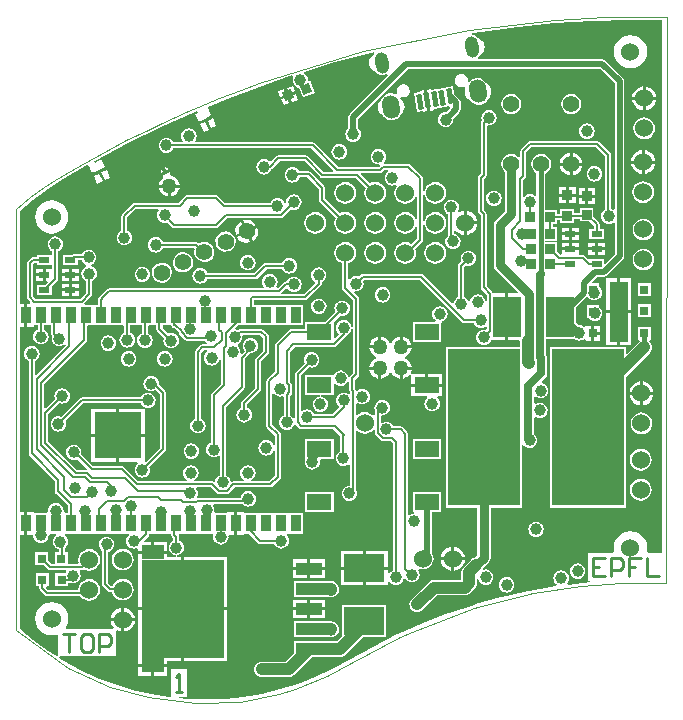
<source format=gtl>
G04 Layer_Physical_Order=1*
G04 Layer_Color=255*
%FSAX44Y44*%
%MOMM*%
G71*
G01*
G75*
%ADD10R,0.9320X0.5220*%
%ADD11R,0.7500X0.8000*%
%ADD12R,1.6000X5.1000*%
%ADD13R,3.4500X2.4000*%
%ADD14R,2.4000X3.4500*%
%ADD15R,0.8500X0.8500*%
%ADD16R,0.8500X0.8500*%
%ADD17P,1.1314X4X335.0*%
%ADD18R,0.8000X0.8000*%
G04:AMPARAMS|DCode=19|XSize=0.45mm|YSize=1.3mm|CornerRadius=0mm|HoleSize=0mm|Usage=FLASHONLY|Rotation=10.000|XOffset=0mm|YOffset=0mm|HoleType=Round|Shape=Rectangle|*
%AMROTATEDRECTD19*
4,1,4,-0.1087,-0.6792,-0.3345,0.6011,0.1087,0.6792,0.3345,-0.6011,-0.1087,-0.6792,0.0*
%
%ADD19ROTATEDRECTD19*%

%ADD20R,6.1000X13.3000*%
%ADD21R,0.8500X0.9000*%
%ADD22R,0.9000X0.8500*%
%ADD23R,2.1000X1.4000*%
%ADD24R,4.0000X4.0000*%
%ADD25R,0.9300X1.4500*%
%ADD26R,2.1600X1.0700*%
%ADD27R,6.9900X8.3300*%
%ADD28R,1.9100X1.2350*%
%ADD29C,0.2000*%
%ADD30C,0.5000*%
%ADD31C,1.0000*%
%ADD32C,0.8000*%
%ADD33C,0.7000*%
%ADD34C,0.4000*%
%ADD35C,0.2540*%
%ADD36C,0.0100*%
%ADD37C,1.5240*%
G04:AMPARAMS|DCode=38|XSize=1.15mm|YSize=1.8mm|CornerRadius=0mm|HoleSize=0mm|Usage=FLASHONLY|Rotation=10.000|XOffset=0mm|YOffset=0mm|HoleType=Round|Shape=Round|*
%AMOVALD38*
21,1,0.6500,1.1500,0.0000,0.0000,100.0*
1,1,1.1500,0.0564,-0.3201*
1,1,1.1500,-0.0564,0.3201*
%
%ADD38OVALD38*%

G04:AMPARAMS|DCode=39|XSize=1.45mm|YSize=2mm|CornerRadius=0mm|HoleSize=0mm|Usage=FLASHONLY|Rotation=10.000|XOffset=0mm|YOffset=0mm|HoleType=Round|Shape=Round|*
%AMOVALD39*
21,1,0.5500,1.4500,0.0000,0.0000,100.0*
1,1,1.4500,0.0478,-0.2708*
1,1,1.4500,-0.0478,0.2708*
%
%ADD39OVALD39*%

%ADD40C,1.4000*%
%ADD41C,1.2700*%
%ADD42C,1.0000*%
G36*
X00865831Y00679037D02*
Y00634307D01*
X00865502Y00634171D01*
X00864144Y00633129D01*
X00863102Y00631771D01*
X00862447Y00630190D01*
X00862224Y00628493D01*
X00862447Y00626796D01*
X00863102Y00625215D01*
X00864144Y00623857D01*
X00865502Y00622815D01*
X00867083Y00622160D01*
X00868780Y00621937D01*
X00870477Y00622160D01*
X00872058Y00622815D01*
X00872432Y00623102D01*
X00873702Y00622476D01*
Y00596306D01*
X00865663Y00588267D01*
X00864490Y00588753D01*
Y00592203D01*
X00852170D01*
X00852170Y00592203D01*
Y00592203D01*
X00851155Y00592793D01*
X00848942Y00595005D01*
X00848115Y00595558D01*
X00847140Y00595752D01*
X00843430D01*
Y00599623D01*
X00836230D01*
Y00600893D01*
D01*
Y00599623D01*
X00829030D01*
Y00596297D01*
X00827760Y00595978D01*
X00824480Y00599258D01*
Y00606643D01*
X00814549D01*
Y00607943D01*
X00824480D01*
Y00619443D01*
X00821279D01*
Y00621793D01*
X00824880D01*
Y00625244D01*
X00827480D01*
Y00623193D01*
X00839480D01*
Y00626394D01*
X00844230D01*
Y00624193D01*
X00852125D01*
X00855781Y00620537D01*
Y00617803D01*
X00852170D01*
Y00609583D01*
X00864490D01*
Y00617803D01*
X00860879D01*
Y00621593D01*
X00860685Y00622568D01*
X00860132Y00623395D01*
X00855730Y00627798D01*
Y00635693D01*
X00844230D01*
Y00631492D01*
X00839480D01*
Y00634693D01*
X00827480D01*
Y00630342D01*
X00824880D01*
Y00633793D01*
X00814549D01*
Y00664754D01*
X00815867Y00665300D01*
X00817642Y00666662D01*
X00819005Y00668438D01*
X00819861Y00670506D01*
X00820153Y00672725D01*
X00819861Y00674943D01*
X00819005Y00677011D01*
X00817642Y00678787D01*
X00815867Y00680149D01*
X00813799Y00681006D01*
X00811580Y00681298D01*
X00809361Y00681006D01*
X00807293Y00680149D01*
X00805518Y00678787D01*
X00804155Y00677011D01*
X00803299Y00674943D01*
X00803007Y00672725D01*
X00803299Y00670506D01*
X00804155Y00668438D01*
X00805518Y00666662D01*
X00807293Y00665300D01*
X00807411Y00665251D01*
Y00646673D01*
X00806141Y00646046D01*
X00805458Y00646571D01*
X00803877Y00647226D01*
X00802180Y00647449D01*
X00800483Y00647226D01*
X00798902Y00646571D01*
X00797544Y00645529D01*
X00797248Y00645143D01*
X00795978Y00645574D01*
Y00658964D01*
X00798182Y00661168D01*
X00798735Y00661995D01*
X00798929Y00662971D01*
Y00682837D01*
X00803236Y00687144D01*
X00857724D01*
X00865831Y00679037D01*
D02*
G37*
G36*
X00914021Y00794544D02*
Y00343468D01*
X00901630D01*
X00900786Y00344738D01*
X00901201Y00347893D01*
X00900720Y00351548D01*
X00899309Y00354953D01*
X00897065Y00357878D01*
X00894141Y00360122D01*
X00890735Y00361533D01*
X00887080Y00362014D01*
X00883426Y00361533D01*
X00880020Y00360122D01*
X00877095Y00357878D01*
X00874851Y00354953D01*
X00873441Y00351548D01*
X00872960Y00347893D01*
X00873375Y00344738D01*
X00872531Y00343468D01*
X00851140D01*
Y00320153D01*
X00852773D01*
X00852824Y00318884D01*
X00847078Y00318425D01*
X00847007Y00318405D01*
X00846932Y00318410D01*
X00833950Y00316742D01*
X00833309Y00317940D01*
X00834057Y00318915D01*
X00834712Y00320496D01*
X00834935Y00322193D01*
X00834712Y00323890D01*
X00834057Y00325471D01*
X00833015Y00326829D01*
X00831657Y00327871D01*
X00830076Y00328526D01*
X00828379Y00328749D01*
X00826682Y00328526D01*
X00825101Y00327871D01*
X00823743Y00326829D01*
X00822701Y00325471D01*
X00822046Y00323890D01*
X00821823Y00322193D01*
X00822046Y00320496D01*
X00822701Y00318915D01*
X00823743Y00317557D01*
X00824687Y00316833D01*
X00824331Y00315507D01*
X00823840Y00315443D01*
X00823769Y00315420D01*
X00823695Y00315421D01*
X00800771Y00311351D01*
X00800701Y00311324D01*
X00800627Y00311322D01*
X00777925Y00306155D01*
X00777857Y00306125D01*
X00777783Y00306120D01*
X00755355Y00299870D01*
X00755288Y00299837D01*
X00755214Y00299827D01*
X00733112Y00292509D01*
X00733047Y00292472D01*
X00732974Y00292460D01*
X00711248Y00284090D01*
X00711185Y00284050D01*
X00711113Y00284034D01*
X00689814Y00274631D01*
X00689753Y00274588D01*
X00689681Y00274568D01*
X00668857Y00264154D01*
X00668799Y00264108D01*
X00668728Y00264085D01*
X00648441Y00252691D01*
X00634513Y00245039D01*
X00620187Y00238371D01*
X00605447Y00232672D01*
X00590360Y00227969D01*
X00574993Y00224283D01*
X00559416Y00221630D01*
X00543694Y00220021D01*
X00527902Y00219465D01*
X00512107Y00219963D01*
X00504796Y00220683D01*
X00504859Y00221953D01*
X00511298D01*
Y00245268D01*
X00498140D01*
Y00222615D01*
X00497081Y00221443D01*
X00496380Y00221512D01*
X00480792Y00224108D01*
X00465412Y00227737D01*
X00450307Y00232383D01*
X00435547Y00238027D01*
X00421195Y00244642D01*
X00407317Y00252199D01*
X00403560Y00254583D01*
X00403929Y00255853D01*
X00451147D01*
Y00277568D01*
X00452417Y00278110D01*
X00454628Y00277194D01*
X00456010Y00277013D01*
Y00285823D01*
X00447200D01*
X00447382Y00284441D01*
X00448405Y00281969D01*
X00449580Y00280438D01*
X00448954Y00279168D01*
X00409468D01*
X00408906Y00280307D01*
X00409309Y00280833D01*
X00410720Y00284238D01*
X00411201Y00287893D01*
X00410720Y00291548D01*
X00409309Y00294954D01*
X00407065Y00297878D01*
X00404141Y00300122D01*
X00400735Y00301533D01*
X00397080Y00302014D01*
X00393425Y00301533D01*
X00390020Y00300122D01*
X00387095Y00297878D01*
X00384851Y00294954D01*
X00383441Y00291548D01*
X00382959Y00287893D01*
X00383441Y00284238D01*
X00384851Y00280833D01*
X00387095Y00277908D01*
X00390020Y00275664D01*
X00393425Y00274254D01*
X00397080Y00273773D01*
X00400735Y00274254D01*
X00401384Y00274522D01*
X00402440Y00273817D01*
Y00256798D01*
X00401170Y00256099D01*
X00393973Y00260666D01*
X00381224Y00270003D01*
X00370139Y00279318D01*
Y00358903D01*
X00373910D01*
Y00368693D01*
Y00378483D01*
X00370139D01*
Y00535103D01*
X00373910D01*
Y00544893D01*
Y00554683D01*
X00370139D01*
Y00633296D01*
X00380993Y00642428D01*
X00393488Y00651615D01*
X00406578Y00659977D01*
X00427112Y00671718D01*
X00428474Y00671033D01*
X00431496Y00664838D01*
X00436924Y00667486D01*
X00442353Y00670134D01*
X00439166Y00676668D01*
X00433464Y00673886D01*
X00432869Y00675010D01*
X00433864Y00675578D01*
X00461666Y00690289D01*
X00489935Y00704084D01*
X00518641Y00716947D01*
X00519971Y00717492D01*
X00520491Y00716332D01*
X00518188Y00715209D01*
X00521375Y00708675D01*
X00526804Y00711323D01*
X00532233Y00713971D01*
X00529318Y00719946D01*
X00529714Y00721480D01*
X00547750Y00728864D01*
X00577235Y00739824D01*
X00600866Y00747738D01*
X00601028Y00747634D01*
X00601746Y00746693D01*
X00601247Y00745490D01*
X00601024Y00743793D01*
X00601247Y00742096D01*
X00601902Y00740515D01*
X00602944Y00739157D01*
X00604302Y00738115D01*
X00605883Y00737460D01*
X00606568Y00737370D01*
X00609445Y00729465D01*
X00619782Y00733227D01*
X00616020Y00743564D01*
X00615211Y00743270D01*
X00614081Y00744210D01*
X00613913Y00745490D01*
X00613258Y00747071D01*
X00612216Y00748429D01*
X00610858Y00749471D01*
X00610646Y00749559D01*
X00610715Y00750905D01*
X00637199Y00758821D01*
X00667616Y00766840D01*
X00669552Y00767283D01*
X00670221Y00766133D01*
X00669964Y00765853D01*
X00669536Y00765030D01*
X00669486Y00765009D01*
X00667920Y00763807D01*
X00666718Y00762241D01*
X00665962Y00760416D01*
X00665704Y00758458D01*
X00665962Y00756500D01*
X00666718Y00754676D01*
X00667920Y00753109D01*
X00669486Y00751907D01*
X00671028Y00751268D01*
X00671481Y00750557D01*
X00672889Y00749267D01*
X00674582Y00748386D01*
X00676446Y00747973D01*
X00678353Y00748056D01*
X00680174Y00748630D01*
X00680779Y00749016D01*
X00682063Y00748328D01*
X00682067Y00748147D01*
X00649396Y00715477D01*
X00648512Y00714154D01*
X00648202Y00712593D01*
X00648202Y00712593D01*
Y00702957D01*
X00647644Y00702529D01*
X00646602Y00701171D01*
X00645947Y00699590D01*
X00645724Y00697893D01*
X00645947Y00696196D01*
X00646602Y00694615D01*
X00647644Y00693257D01*
X00649002Y00692215D01*
X00650583Y00691560D01*
X00652280Y00691337D01*
X00653977Y00691560D01*
X00655558Y00692215D01*
X00656916Y00693257D01*
X00657958Y00694615D01*
X00658613Y00696196D01*
X00658836Y00697893D01*
X00658613Y00699590D01*
X00657958Y00701171D01*
X00656916Y00702529D01*
X00656358Y00702957D01*
Y00710904D01*
X00698869Y00753415D01*
X00861391D01*
X00873702Y00741104D01*
Y00634510D01*
X00872432Y00633884D01*
X00872058Y00634171D01*
X00870929Y00634638D01*
Y00680093D01*
X00870735Y00681068D01*
X00870182Y00681895D01*
X00860582Y00691495D01*
X00859755Y00692048D01*
X00858780Y00692242D01*
X00802180D01*
X00801205Y00692048D01*
X00800378Y00691495D01*
X00794578Y00685695D01*
X00794025Y00684868D01*
X00793831Y00683893D01*
Y00678802D01*
X00792561Y00678371D01*
X00792242Y00678787D01*
X00790467Y00680149D01*
X00788399Y00681006D01*
X00786180Y00681298D01*
X00783961Y00681006D01*
X00781893Y00680149D01*
X00780118Y00678787D01*
X00778755Y00677011D01*
X00777899Y00674943D01*
X00777607Y00672725D01*
X00777899Y00670506D01*
X00778755Y00668438D01*
X00780118Y00666662D01*
X00780572Y00666314D01*
Y00633066D01*
X00772913Y00625407D01*
X00771697Y00623588D01*
X00771271Y00621442D01*
Y00587199D01*
X00771697Y00585053D01*
X00772913Y00583234D01*
X00791590Y00564556D01*
X00791104Y00563383D01*
X00783650D01*
Y00543593D01*
Y00523803D01*
X00793014D01*
X00793851Y00522848D01*
X00793824Y00522642D01*
Y00517893D01*
X00730977D01*
Y00381893D01*
X00757369D01*
Y00341960D01*
X00754897Y00339487D01*
X00754783Y00339473D01*
X00753202Y00338817D01*
X00751844Y00337776D01*
X00745733Y00331665D01*
X00744691Y00330307D01*
X00744036Y00328726D01*
X00743813Y00327029D01*
Y00320749D01*
X00720780D01*
X00719083Y00320526D01*
X00717502Y00319871D01*
X00716144Y00318829D01*
X00701844Y00304529D01*
X00700802Y00303171D01*
X00700147Y00301590D01*
X00699924Y00299893D01*
X00700147Y00298196D01*
X00700802Y00296615D01*
X00701844Y00295257D01*
X00703202Y00294215D01*
X00704783Y00293560D01*
X00706480Y00293337D01*
X00708177Y00293560D01*
X00709758Y00294215D01*
X00711116Y00295257D01*
X00723496Y00307637D01*
X00746805D01*
X00748502Y00307860D01*
X00750083Y00308515D01*
X00751441Y00309557D01*
X00755005Y00313121D01*
X00756047Y00314479D01*
X00756702Y00316060D01*
X00756925Y00317757D01*
Y00321081D01*
X00758181Y00321252D01*
X00758836Y00319671D01*
X00759878Y00318313D01*
X00761236Y00317271D01*
X00762817Y00316616D01*
X00764514Y00316393D01*
X00766211Y00316616D01*
X00767792Y00317271D01*
X00769149Y00318313D01*
X00770191Y00319671D01*
X00770846Y00321252D01*
X00771070Y00322949D01*
X00770846Y00324646D01*
X00770191Y00326227D01*
X00769149Y00327585D01*
X00767792Y00328627D01*
X00766211Y00329282D01*
X00764514Y00329505D01*
X00763301Y00329345D01*
X00762467Y00330274D01*
X00762403Y00330455D01*
X00762813Y00331443D01*
X00762828Y00331557D01*
X00766942Y00335672D01*
X00768158Y00337491D01*
X00768585Y00339637D01*
Y00381893D01*
X00794977D01*
Y00434691D01*
X00796247Y00435122D01*
X00797022Y00434112D01*
X00798380Y00433070D01*
X00799961Y00432415D01*
X00801658Y00432192D01*
X00803355Y00432415D01*
X00804936Y00433070D01*
X00806294Y00434112D01*
X00807336Y00435470D01*
X00807991Y00437051D01*
X00808214Y00438748D01*
X00807991Y00440444D01*
X00807336Y00442026D01*
X00806294Y00443383D01*
X00805478Y00444010D01*
Y00458138D01*
X00806748Y00458765D01*
X00807102Y00458493D01*
X00808683Y00457838D01*
X00810380Y00457615D01*
X00812077Y00457838D01*
X00813658Y00458493D01*
X00815016Y00459535D01*
X00816058Y00460893D01*
X00816713Y00462474D01*
X00816936Y00464171D01*
X00816713Y00465868D01*
X00816058Y00467449D01*
X00815016Y00468806D01*
X00813658Y00469848D01*
X00812077Y00470503D01*
X00810380Y00470727D01*
X00808683Y00470503D01*
X00807102Y00469848D01*
X00806748Y00469577D01*
X00805478Y00470203D01*
Y00475356D01*
X00806748Y00475930D01*
X00807663Y00475229D01*
X00809244Y00474574D01*
X00810941Y00474350D01*
X00812637Y00474574D01*
X00814219Y00475229D01*
X00815576Y00476270D01*
X00816618Y00477628D01*
X00817273Y00479210D01*
X00817497Y00480906D01*
X00817273Y00482603D01*
X00816618Y00484184D01*
X00815576Y00485542D01*
X00814219Y00486584D01*
X00812637Y00487239D01*
X00812195Y00487297D01*
X00811740Y00488638D01*
X00815007Y00491905D01*
X00816112Y00493559D01*
X00816500Y00495510D01*
Y00508235D01*
X00816112Y00510186D01*
X00815478Y00511135D01*
Y00524843D01*
X00839784D01*
X00840602Y00524215D01*
X00842183Y00523560D01*
X00843880Y00523337D01*
X00845577Y00523560D01*
X00847158Y00524215D01*
X00847770Y00524685D01*
X00849040Y00524058D01*
Y00522853D01*
X00854060D01*
Y00529393D01*
Y00535933D01*
X00849040D01*
Y00535727D01*
X00847770Y00535101D01*
X00847158Y00535570D01*
X00845577Y00536225D01*
X00843880Y00536449D01*
X00843183Y00536357D01*
X00840880Y00538660D01*
Y00551325D01*
X00849656Y00560102D01*
X00849764Y00560150D01*
X00851290Y00559979D01*
X00851844Y00559257D01*
X00853202Y00558215D01*
X00854783Y00557560D01*
X00856480Y00557337D01*
X00858177Y00557560D01*
X00859758Y00558215D01*
X00861116Y00559257D01*
X00862158Y00560615D01*
X00862813Y00562196D01*
X00863036Y00563893D01*
X00862813Y00565590D01*
X00862158Y00567171D01*
X00861116Y00568529D01*
X00860580Y00568940D01*
Y00571893D01*
X00854850D01*
X00854364Y00573066D01*
X00858702Y00577405D01*
X00864647D01*
X00864647Y00577405D01*
X00866208Y00577715D01*
X00867531Y00578599D01*
X00880664Y00591732D01*
X00880664Y00591732D01*
X00881548Y00593055D01*
X00881858Y00594616D01*
X00881858Y00594616D01*
Y00742793D01*
X00881548Y00744354D01*
X00880664Y00745677D01*
X00880664Y00745677D01*
X00865964Y00760377D01*
X00864641Y00761261D01*
X00863080Y00761571D01*
X00863080Y00761571D01*
X00758049D01*
X00757679Y00762841D01*
X00758106Y00763113D01*
X00759396Y00764521D01*
X00759824Y00765344D01*
X00759874Y00765365D01*
X00761441Y00766567D01*
X00762643Y00768133D01*
X00763398Y00769958D01*
X00763656Y00771916D01*
X00763398Y00773874D01*
X00762643Y00775698D01*
X00761441Y00777265D01*
X00759874Y00778467D01*
X00758332Y00779106D01*
X00757879Y00779817D01*
X00756471Y00781107D01*
X00754778Y00781988D01*
X00752914Y00782401D01*
X00752825Y00782397D01*
X00752696Y00783663D01*
X00760208Y00784872D01*
X00791409Y00788854D01*
X00822726Y00791814D01*
X00854121Y00793748D01*
X00885563Y00794655D01*
X00914021Y00794544D01*
D02*
G37*
%LPC*%
G36*
X00832210Y00653233D02*
X00826440D01*
Y00647713D01*
X00832210D01*
Y00653233D01*
D02*
G37*
G36*
X00840520D02*
X00834750D01*
Y00647713D01*
X00840520D01*
Y00653233D01*
D02*
G37*
G36*
X00856450Y00670947D02*
X00854753Y00670724D01*
X00853172Y00670069D01*
X00851814Y00669027D01*
X00850772Y00667670D01*
X00850117Y00666088D01*
X00849894Y00664391D01*
X00850117Y00662695D01*
X00850772Y00661113D01*
X00851814Y00659756D01*
X00853172Y00658714D01*
X00854753Y00658059D01*
X00856450Y00657835D01*
X00858147Y00658059D01*
X00859728Y00658714D01*
X00861086Y00659756D01*
X00862128Y00661113D01*
X00862783Y00662695D01*
X00863006Y00664391D01*
X00862783Y00666088D01*
X00862128Y00667670D01*
X00861086Y00669027D01*
X00859728Y00670069D01*
X00858147Y00670724D01*
X00856450Y00670947D01*
D02*
G37*
G36*
X00846435Y00671455D02*
X00838250D01*
Y00663270D01*
X00839471Y00663430D01*
X00841791Y00664391D01*
X00843784Y00665921D01*
X00845313Y00667913D01*
X00846274Y00670234D01*
X00846435Y00671455D01*
D02*
G37*
G36*
X00835710D02*
X00827525D01*
X00827686Y00670234D01*
X00828647Y00667913D01*
X00830176Y00665921D01*
X00832169Y00664391D01*
X00834490Y00663430D01*
X00835710Y00663270D01*
Y00671455D01*
D02*
G37*
G36*
X00856770Y00652233D02*
X00851250D01*
Y00646713D01*
X00856770D01*
Y00652233D01*
D02*
G37*
G36*
X00848710D02*
X00843190D01*
Y00646713D01*
X00848710D01*
Y00652233D01*
D02*
G37*
G36*
X00835710Y00682180D02*
X00834490Y00682019D01*
X00832169Y00681058D01*
X00830176Y00679529D01*
X00828647Y00677536D01*
X00827686Y00675215D01*
X00827525Y00673995D01*
X00835710D01*
Y00682180D01*
D02*
G37*
G36*
X00838250D02*
Y00673995D01*
X00846435D01*
X00846274Y00675215D01*
X00845313Y00677536D01*
X00843784Y00679529D01*
X00841791Y00681058D01*
X00839471Y00682019D01*
X00838250Y00682180D01*
D02*
G37*
G36*
X00834960Y00606043D02*
X00829030D01*
Y00602163D01*
X00834960D01*
Y00606043D01*
D02*
G37*
G36*
X00843430D02*
X00837500D01*
Y00602163D01*
X00843430D01*
Y00606043D01*
D02*
G37*
G36*
X00834960Y00612423D02*
X00829030D01*
Y00608543D01*
X00834960D01*
Y00612423D01*
D02*
G37*
G36*
X00843430D02*
X00837500D01*
Y00608543D01*
X00843430D01*
Y00612423D01*
D02*
G37*
G36*
X00865530Y00606043D02*
X00859600D01*
Y00602163D01*
X00865530D01*
Y00606043D01*
D02*
G37*
G36*
X00857060D02*
X00851130D01*
Y00602163D01*
X00857060D01*
Y00606043D01*
D02*
G37*
G36*
Y00599623D02*
X00851130D01*
Y00595743D01*
X00857060D01*
Y00599623D01*
D02*
G37*
G36*
X00865530D02*
X00859600D01*
Y00595743D01*
X00865530D01*
Y00599623D01*
D02*
G37*
G36*
X00848710Y00644173D02*
X00843190D01*
Y00638653D01*
X00848710D01*
Y00644173D01*
D02*
G37*
G36*
X00856770D02*
X00851250D01*
Y00638653D01*
X00856770D01*
Y00644173D01*
D02*
G37*
G36*
X00840520Y00645173D02*
X00834750D01*
Y00639653D01*
X00840520D01*
Y00645173D01*
D02*
G37*
G36*
X00832210D02*
X00826440D01*
Y00639653D01*
X00832210D01*
Y00645173D01*
D02*
G37*
G36*
X00834960Y00618843D02*
X00829030D01*
Y00614963D01*
X00834960D01*
Y00618843D01*
D02*
G37*
G36*
X00843430D02*
X00837500D01*
Y00614963D01*
X00843430D01*
Y00618843D01*
D02*
G37*
G36*
X00887620Y00546623D02*
X00878350D01*
Y00519853D01*
X00887620D01*
Y00546623D01*
D02*
G37*
G36*
X00875810D02*
X00866540D01*
Y00519853D01*
X00875810D01*
Y00546623D01*
D02*
G37*
G36*
X00694150Y00526693D02*
Y00519163D01*
X00701680D01*
X00701541Y00520214D01*
X00700645Y00522376D01*
X00699220Y00524233D01*
X00697363Y00525658D01*
X00695201Y00526554D01*
X00694150Y00526693D01*
D02*
G37*
G36*
X00691610D02*
X00690559Y00526554D01*
X00688397Y00525658D01*
X00686540Y00524233D01*
X00685115Y00522376D01*
X00684567Y00521055D01*
X00683193D01*
X00682645Y00522376D01*
X00681220Y00524233D01*
X00679363Y00525658D01*
X00677201Y00526554D01*
X00676150Y00526693D01*
Y00517893D01*
X00674880D01*
Y00516623D01*
X00666080D01*
X00666219Y00515572D01*
X00667115Y00513410D01*
X00668540Y00511553D01*
X00670397Y00510128D01*
X00671718Y00509580D01*
Y00508206D01*
X00670397Y00507658D01*
X00668540Y00506233D01*
X00667115Y00504376D01*
X00666219Y00502214D01*
X00666080Y00501163D01*
X00674880D01*
Y00499893D01*
X00676150D01*
Y00491093D01*
X00677201Y00491232D01*
X00679363Y00492128D01*
X00681220Y00493553D01*
X00682645Y00495410D01*
X00683193Y00496731D01*
X00684567D01*
X00685115Y00495410D01*
X00686540Y00493553D01*
X00688397Y00492128D01*
X00690559Y00491232D01*
X00691610Y00491093D01*
Y00499893D01*
X00692880D01*
Y00501163D01*
X00701680D01*
X00701541Y00502214D01*
X00700645Y00504376D01*
X00699220Y00506233D01*
X00697363Y00507658D01*
X00696042Y00508206D01*
Y00509580D01*
X00697363Y00510128D01*
X00699220Y00511553D01*
X00700645Y00513410D01*
X00701541Y00515572D01*
X00701680Y00516623D01*
X00692880D01*
Y00517893D01*
X00691610D01*
Y00526693D01*
D02*
G37*
G36*
X00861620Y00535933D02*
X00856600D01*
Y00530663D01*
X00861620D01*
Y00535933D01*
D02*
G37*
G36*
X00860580Y00553393D02*
X00850080D01*
Y00542393D01*
X00851733D01*
X00852144Y00541857D01*
X00853502Y00540815D01*
X00855083Y00540160D01*
X00856780Y00539937D01*
X00858477Y00540160D01*
X00860058Y00540815D01*
X00861416Y00541857D01*
X00862458Y00543215D01*
X00863113Y00544796D01*
X00863336Y00546493D01*
X00863113Y00548190D01*
X00862458Y00549771D01*
X00861416Y00551129D01*
X00860580Y00551770D01*
Y00553393D01*
D02*
G37*
G36*
X00725630Y00552354D02*
X00723933Y00552131D01*
X00722352Y00551476D01*
X00720994Y00550434D01*
X00719952Y00549076D01*
X00719298Y00547495D01*
X00719074Y00545798D01*
X00719298Y00544101D01*
X00719952Y00542520D01*
X00720994Y00541162D01*
X00722036Y00540363D01*
X00721654Y00539093D01*
X00702680D01*
Y00522093D01*
X00726680D01*
X00726680Y00538453D01*
X00727289Y00539406D01*
X00727727Y00539631D01*
X00728908Y00540121D01*
X00730266Y00541162D01*
X00731308Y00542520D01*
X00731963Y00544101D01*
X00732186Y00545798D01*
X00731963Y00547495D01*
X00731308Y00549076D01*
X00730266Y00550434D01*
X00728908Y00551476D01*
X00727327Y00552131D01*
X00725630Y00552354D01*
D02*
G37*
G36*
X00861620Y00528123D02*
X00856600D01*
Y00522853D01*
X00861620D01*
Y00528123D01*
D02*
G37*
G36*
X00895110Y00488773D02*
X00893728Y00488591D01*
X00891256Y00487568D01*
X00889134Y00485939D01*
X00887505Y00483817D01*
X00886481Y00481345D01*
X00886300Y00479963D01*
X00895110D01*
Y00488773D01*
D02*
G37*
G36*
X00897650D02*
Y00479963D01*
X00906460D01*
X00906279Y00481345D01*
X00905255Y00483817D01*
X00903626Y00485939D01*
X00901504Y00487568D01*
X00899032Y00488591D01*
X00897650Y00488773D01*
D02*
G37*
G36*
X00906460Y00477423D02*
X00897650D01*
Y00468613D01*
X00899032Y00468795D01*
X00901504Y00469818D01*
X00903626Y00471447D01*
X00905255Y00473569D01*
X00906279Y00476041D01*
X00906460Y00477423D01*
D02*
G37*
G36*
X00727720Y00484323D02*
X00714680D01*
X00701640D01*
Y00476053D01*
X00714542D01*
X00714973Y00474783D01*
X00714544Y00474454D01*
X00713502Y00473096D01*
X00712847Y00471515D01*
X00712624Y00469818D01*
X00712847Y00468121D01*
X00713502Y00466540D01*
X00714544Y00465182D01*
X00715902Y00464141D01*
X00717483Y00463486D01*
X00719180Y00463262D01*
X00720877Y00463486D01*
X00722458Y00464141D01*
X00723816Y00465182D01*
X00724858Y00466540D01*
X00725513Y00468121D01*
X00725736Y00469818D01*
X00725513Y00471515D01*
X00724858Y00473096D01*
X00723816Y00474454D01*
X00723387Y00474783D01*
X00723818Y00476053D01*
X00727720D01*
Y00484323D01*
D02*
G37*
G36*
X00895110Y00477423D02*
X00886300D01*
X00886481Y00476041D01*
X00887505Y00473569D01*
X00889134Y00471447D01*
X00891256Y00469818D01*
X00893728Y00468795D01*
X00895110Y00468613D01*
Y00477423D01*
D02*
G37*
G36*
X00904080Y00534893D02*
X00893580D01*
Y00523893D01*
X00894342D01*
X00894773Y00522623D01*
X00894194Y00522179D01*
X00884150Y00512135D01*
X00882977Y00512621D01*
Y00517893D01*
X00818977D01*
Y00381893D01*
X00882977D01*
Y00492418D01*
X00903466Y00512907D01*
X00904508Y00514265D01*
X00905163Y00515846D01*
X00905386Y00517543D01*
X00905163Y00519240D01*
X00904508Y00520821D01*
X00903466Y00522179D01*
X00902887Y00522623D01*
X00903318Y00523893D01*
X00904080D01*
Y00534893D01*
D02*
G37*
G36*
X00673610Y00526693D02*
X00672559Y00526554D01*
X00670397Y00525658D01*
X00668540Y00524233D01*
X00667115Y00522376D01*
X00666219Y00520214D01*
X00666080Y00519163D01*
X00673610D01*
Y00526693D01*
D02*
G37*
G36*
Y00498623D02*
X00666080D01*
X00666219Y00497572D01*
X00667115Y00495410D01*
X00668540Y00493553D01*
X00670397Y00492128D01*
X00672559Y00491232D01*
X00673610Y00491093D01*
Y00498623D01*
D02*
G37*
G36*
X00701680D02*
X00694150D01*
Y00491093D01*
X00695201Y00491232D01*
X00697363Y00492128D01*
X00699220Y00493553D01*
X00700370Y00495051D01*
X00701640Y00494620D01*
X00701640Y00493973D01*
Y00486863D01*
X00713410D01*
Y00495133D01*
X00702782D01*
X00701906Y00495133D01*
X00700936Y00496111D01*
X00701541Y00497572D01*
X00701680Y00498623D01*
D02*
G37*
G36*
X00715950Y00495133D02*
Y00486863D01*
X00727720D01*
Y00495133D01*
X00715950D01*
D02*
G37*
G36*
X00904080Y00553893D02*
X00893580D01*
Y00542893D01*
X00904080D01*
Y00553893D01*
D02*
G37*
G36*
X00411660Y00577723D02*
X00405730D01*
Y00573843D01*
X00411660D01*
Y00577723D01*
D02*
G37*
G36*
X00420130D02*
X00414200D01*
Y00573843D01*
X00420130D01*
Y00577723D01*
D02*
G37*
G36*
X00473780Y00585900D02*
X00472083Y00585677D01*
X00470502Y00585022D01*
X00469144Y00583980D01*
X00468102Y00582622D01*
X00467447Y00581041D01*
X00467224Y00579344D01*
X00467447Y00577647D01*
X00468102Y00576066D01*
X00469144Y00574709D01*
X00470502Y00573667D01*
X00472083Y00573012D01*
X00473780Y00572788D01*
X00475477Y00573012D01*
X00477058Y00573667D01*
X00478416Y00574709D01*
X00479458Y00576066D01*
X00480113Y00577647D01*
X00480336Y00579344D01*
X00480113Y00581041D01*
X00479458Y00582622D01*
X00478416Y00583980D01*
X00477058Y00585022D01*
X00475477Y00585677D01*
X00473780Y00585900D01*
D02*
G37*
G36*
X00389560Y00577723D02*
X00383630D01*
Y00573843D01*
X00389560D01*
Y00577723D01*
D02*
G37*
G36*
Y00584143D02*
X00383630D01*
Y00580263D01*
X00389560D01*
Y00584143D01*
D02*
G37*
G36*
X00598005Y00593049D02*
X00596308Y00592826D01*
X00594727Y00592171D01*
X00593369Y00591129D01*
X00592327Y00589771D01*
X00592025Y00589042D01*
X00577923D01*
X00576948Y00588848D01*
X00576121Y00588295D01*
X00568468Y00580642D01*
X00528660D01*
X00528358Y00581371D01*
X00527316Y00582729D01*
X00525958Y00583771D01*
X00524377Y00584426D01*
X00522680Y00584649D01*
X00520983Y00584426D01*
X00519402Y00583771D01*
X00518044Y00582729D01*
X00517002Y00581371D01*
X00516347Y00579790D01*
X00516124Y00578093D01*
X00516347Y00576396D01*
X00517002Y00574815D01*
X00518044Y00573457D01*
X00519402Y00572415D01*
X00520983Y00571760D01*
X00522680Y00571537D01*
X00524377Y00571760D01*
X00525958Y00572415D01*
X00527316Y00573457D01*
X00528358Y00574815D01*
X00528660Y00575544D01*
X00569523D01*
X00570499Y00575738D01*
X00571326Y00576291D01*
X00578979Y00583944D01*
X00592025D01*
X00592327Y00583215D01*
X00593369Y00581857D01*
X00594727Y00580815D01*
X00596308Y00580160D01*
X00598005Y00579937D01*
X00599702Y00580160D01*
X00601283Y00580815D01*
X00602641Y00581857D01*
X00603683Y00583215D01*
X00604338Y00584796D01*
X00604561Y00586493D01*
X00604338Y00588190D01*
X00603683Y00589771D01*
X00602641Y00591129D01*
X00601283Y00592171D01*
X00599702Y00592826D01*
X00598005Y00593049D01*
D02*
G37*
G36*
X00508880Y00598168D02*
X00506646Y00598032D01*
X00504524Y00597322D01*
X00502657Y00596086D01*
X00501174Y00594410D01*
X00500176Y00592407D01*
X00499730Y00590214D01*
X00499866Y00587980D01*
X00500576Y00585858D01*
X00501812Y00583991D01*
X00503488Y00582508D01*
X00505491Y00581510D01*
X00507684Y00581064D01*
X00509918Y00581200D01*
X00512040Y00581910D01*
X00513907Y00583146D01*
X00515390Y00584822D01*
X00516388Y00586825D01*
X00516834Y00589018D01*
X00516698Y00591252D01*
X00515988Y00593374D01*
X00514752Y00595241D01*
X00513076Y00596724D01*
X00511073Y00597722D01*
X00508880Y00598168D01*
D02*
G37*
G36*
X00411660Y00584143D02*
X00405730D01*
Y00580263D01*
X00411660D01*
Y00584143D01*
D02*
G37*
G36*
X00420130D02*
X00414200D01*
Y00580263D01*
X00420130D01*
Y00584143D01*
D02*
G37*
G36*
X00490904Y00589401D02*
X00488670Y00589264D01*
X00486548Y00588554D01*
X00484682Y00587319D01*
X00483199Y00585643D01*
X00482200Y00583640D01*
X00481754Y00581447D01*
X00481890Y00579213D01*
X00482600Y00577090D01*
X00483836Y00575224D01*
X00485512Y00573741D01*
X00487515Y00572742D01*
X00489708Y00572296D01*
X00491942Y00572433D01*
X00494064Y00573143D01*
X00495931Y00574378D01*
X00497414Y00576054D01*
X00498412Y00578057D01*
X00498858Y00580251D01*
X00498722Y00582484D01*
X00498012Y00584607D01*
X00496777Y00586473D01*
X00495100Y00587956D01*
X00493097Y00588955D01*
X00490904Y00589401D01*
D02*
G37*
G36*
X00887620Y00575933D02*
X00878350D01*
Y00549163D01*
X00887620D01*
Y00575933D01*
D02*
G37*
G36*
X00677280Y00568604D02*
X00675583Y00568381D01*
X00674002Y00567726D01*
X00672644Y00566684D01*
X00671602Y00565326D01*
X00670947Y00563745D01*
X00670724Y00562048D01*
X00670947Y00560351D01*
X00671602Y00558770D01*
X00672644Y00557412D01*
X00674002Y00556370D01*
X00675583Y00555715D01*
X00677280Y00555492D01*
X00678977Y00555715D01*
X00680558Y00556370D01*
X00681916Y00557412D01*
X00682958Y00558770D01*
X00683613Y00560351D01*
X00683836Y00562048D01*
X00683613Y00563745D01*
X00682958Y00565326D01*
X00681916Y00566684D01*
X00680558Y00567726D01*
X00678977Y00568381D01*
X00677280Y00568604D01*
D02*
G37*
G36*
X00623144Y00558910D02*
X00621447Y00558687D01*
X00619866Y00558032D01*
X00618508Y00556990D01*
X00617466Y00555632D01*
X00616811Y00554051D01*
X00616588Y00552354D01*
X00616811Y00550658D01*
X00617466Y00549076D01*
X00618508Y00547719D01*
X00619866Y00546677D01*
X00621447Y00546022D01*
X00623144Y00545798D01*
X00624841Y00546022D01*
X00626422Y00546677D01*
X00627780Y00547719D01*
X00628822Y00549076D01*
X00629477Y00550658D01*
X00629700Y00552354D01*
X00629477Y00554051D01*
X00628822Y00555632D01*
X00627780Y00556990D01*
X00626422Y00558032D01*
X00624841Y00558687D01*
X00623144Y00558910D01*
D02*
G37*
G36*
X00875810Y00575933D02*
X00866540D01*
Y00549163D01*
X00875810D01*
Y00575933D01*
D02*
G37*
G36*
X00904080Y00571893D02*
X00893580D01*
Y00560893D01*
X00904080D01*
Y00571893D01*
D02*
G37*
G36*
X00411660Y00571343D02*
X00405730D01*
Y00567463D01*
X00411660D01*
Y00571343D01*
D02*
G37*
G36*
X00420130D02*
X00414200D01*
Y00567463D01*
X00420130D01*
Y00571343D01*
D02*
G37*
G36*
X00411660Y00564923D02*
X00405730D01*
Y00561043D01*
X00411660D01*
Y00564923D01*
D02*
G37*
G36*
X00420130D02*
X00414200D01*
Y00561043D01*
X00420130D01*
Y00564923D01*
D02*
G37*
G36*
X00545501Y00340283D02*
X00509281D01*
Y00297363D01*
X00545501D01*
Y00340283D01*
D02*
G37*
G36*
X00394497Y00326293D02*
X00383497D01*
Y00315293D01*
X00386531D01*
Y00313493D01*
X00386725Y00312517D01*
X00387278Y00311690D01*
X00391278Y00307690D01*
X00392105Y00307138D01*
X00393080Y00306944D01*
X00421212D01*
X00422176Y00305688D01*
X00424081Y00304227D01*
X00426299Y00303308D01*
X00428680Y00302994D01*
X00431061Y00303308D01*
X00433279Y00304227D01*
X00435185Y00305688D01*
X00436646Y00307594D01*
X00437565Y00309812D01*
X00437879Y00312193D01*
X00437565Y00314574D01*
X00436646Y00316792D01*
X00435185Y00318697D01*
X00433279Y00320159D01*
X00431061Y00321078D01*
X00428680Y00321392D01*
X00426299Y00321078D01*
X00424081Y00320159D01*
X00422176Y00318697D01*
X00420714Y00316792D01*
X00419795Y00314574D01*
X00419481Y00312193D01*
X00419349Y00312042D01*
X00394136D01*
X00392155Y00314023D01*
X00392681Y00315293D01*
X00394497D01*
Y00326293D01*
D02*
G37*
G36*
X00628101Y00303983D02*
X00616031D01*
Y00297363D01*
X00628101D01*
Y00303983D01*
D02*
G37*
G36*
X00458550Y00297174D02*
Y00288363D01*
X00467360D01*
X00467178Y00289745D01*
X00466155Y00292217D01*
X00464526Y00294339D01*
X00462404Y00295968D01*
X00459932Y00296992D01*
X00458550Y00297174D01*
D02*
G37*
G36*
X00613491Y00303983D02*
X00601421D01*
Y00297363D01*
X00613491D01*
Y00303983D01*
D02*
G37*
G36*
X00660310Y00329323D02*
X00641790D01*
Y00316053D01*
X00660310D01*
Y00329323D01*
D02*
G37*
G36*
X00842280Y00334749D02*
X00840583Y00334526D01*
X00839002Y00333871D01*
X00837644Y00332829D01*
X00836602Y00331471D01*
X00835947Y00329890D01*
X00835724Y00328193D01*
X00835947Y00326496D01*
X00836602Y00324915D01*
X00837644Y00323557D01*
X00839002Y00322515D01*
X00840583Y00321860D01*
X00842280Y00321637D01*
X00843977Y00321860D01*
X00845558Y00322515D01*
X00846916Y00323557D01*
X00847958Y00324915D01*
X00848613Y00326496D01*
X00848836Y00328193D01*
X00848613Y00329890D01*
X00847958Y00331471D01*
X00846916Y00332829D01*
X00845558Y00333871D01*
X00843977Y00334526D01*
X00842280Y00334749D01*
D02*
G37*
G36*
X00782236Y00322949D02*
X00780539Y00322726D01*
X00778958Y00322071D01*
X00777600Y00321029D01*
X00776558Y00319671D01*
X00775903Y00318090D01*
X00775680Y00316393D01*
X00775903Y00314696D01*
X00776558Y00313115D01*
X00777600Y00311757D01*
X00778958Y00310715D01*
X00780539Y00310060D01*
X00782236Y00309837D01*
X00783933Y00310060D01*
X00785514Y00310715D01*
X00786872Y00311757D01*
X00787914Y00313115D01*
X00788569Y00314696D01*
X00788792Y00316393D01*
X00788569Y00318090D01*
X00787914Y00319671D01*
X00786872Y00321029D01*
X00785514Y00322071D01*
X00783933Y00322726D01*
X00782236Y00322949D01*
D02*
G37*
G36*
X00443480Y00357349D02*
X00441783Y00357126D01*
X00440202Y00356471D01*
X00438844Y00355429D01*
X00437802Y00354071D01*
X00437147Y00352490D01*
X00436924Y00350793D01*
X00437147Y00349096D01*
X00437802Y00347515D01*
X00438844Y00346157D01*
X00439831Y00345400D01*
Y00317093D01*
X00440025Y00316117D01*
X00440578Y00315291D01*
X00444577Y00311291D01*
X00445404Y00310738D01*
X00446380Y00310544D01*
X00448338D01*
X00448395Y00310112D01*
X00449314Y00307894D01*
X00450776Y00305989D01*
X00452681Y00304527D01*
X00454899Y00303608D01*
X00457280Y00303294D01*
X00459661Y00303608D01*
X00461879Y00304527D01*
X00463784Y00305989D01*
X00465246Y00307894D01*
X00466165Y00310112D01*
X00466479Y00312493D01*
X00466165Y00314874D01*
X00465246Y00317092D01*
X00463784Y00318997D01*
X00461879Y00320459D01*
X00459661Y00321378D01*
X00457280Y00321692D01*
X00454899Y00321378D01*
X00452681Y00320459D01*
X00450776Y00318997D01*
X00449314Y00317092D01*
X00448713Y00315642D01*
X00447436D01*
X00444929Y00318149D01*
Y00344428D01*
X00445177Y00344460D01*
X00446758Y00345115D01*
X00448116Y00346157D01*
X00449158Y00347515D01*
X00449813Y00349096D01*
X00450036Y00350793D01*
X00449813Y00352490D01*
X00449158Y00354071D01*
X00448116Y00355429D01*
X00446758Y00356471D01*
X00445177Y00357126D01*
X00443480Y00357349D01*
D02*
G37*
G36*
X00627061Y00319943D02*
X00602461D01*
Y00306243D01*
X00627061D01*
Y00306537D01*
X00631224D01*
X00632133Y00306160D01*
X00633830Y00305937D01*
X00635527Y00306160D01*
X00637108Y00306815D01*
X00638466Y00307857D01*
X00639508Y00309215D01*
X00640163Y00310796D01*
X00640386Y00312493D01*
X00640163Y00314190D01*
X00639508Y00315771D01*
X00638466Y00317129D01*
X00637866Y00317729D01*
X00636508Y00318771D01*
X00634927Y00319426D01*
X00633230Y00319649D01*
X00627061D01*
Y00319943D01*
D02*
G37*
G36*
X00545501Y00294823D02*
X00509281D01*
Y00251903D01*
X00545501D01*
Y00294823D01*
D02*
G37*
G36*
X00680330Y00299093D02*
X00642830D01*
Y00273171D01*
X00638308Y00268649D01*
X00627061D01*
Y00268943D01*
X00602461D01*
Y00259065D01*
X00594845Y00251449D01*
X00574980D01*
X00573283Y00251226D01*
X00571702Y00250571D01*
X00570344Y00249529D01*
X00569302Y00248171D01*
X00568647Y00246590D01*
X00568424Y00244893D01*
X00568647Y00243196D01*
X00569302Y00241615D01*
X00570344Y00240257D01*
X00571702Y00239215D01*
X00573283Y00238560D01*
X00574980Y00238337D01*
X00597561D01*
X00599258Y00238560D01*
X00600839Y00239215D01*
X00602197Y00240257D01*
X00617183Y00255243D01*
X00627061D01*
Y00255537D01*
X00641024D01*
X00642721Y00255760D01*
X00644302Y00256415D01*
X00645660Y00257457D01*
X00660296Y00272093D01*
X00680330D01*
Y00299093D01*
D02*
G37*
G36*
X00506741Y00294823D02*
X00470521D01*
Y00251903D01*
Y00249538D01*
X00494701D01*
Y00251903D01*
X00506741D01*
Y00294823D01*
D02*
G37*
G36*
X00481341Y00246998D02*
X00470521D01*
Y00239553D01*
X00481341D01*
Y00246998D01*
D02*
G37*
G36*
X00494701D02*
X00483881D01*
Y00239553D01*
X00494701D01*
Y00246998D01*
D02*
G37*
G36*
X00628101Y00294823D02*
X00616031D01*
Y00288203D01*
X00628101D01*
Y00294823D01*
D02*
G37*
G36*
X00456010Y00297174D02*
X00454628Y00296992D01*
X00452156Y00295968D01*
X00450034Y00294339D01*
X00448405Y00292217D01*
X00447382Y00289745D01*
X00447200Y00288363D01*
X00456010D01*
Y00297174D01*
D02*
G37*
G36*
X00613491Y00294823D02*
X00601421D01*
Y00288203D01*
X00613491D01*
Y00294823D01*
D02*
G37*
G36*
X00627061Y00285943D02*
X00602461D01*
Y00272243D01*
X00627061D01*
Y00272537D01*
X00631465D01*
X00632133Y00272260D01*
X00633830Y00272037D01*
X00635527Y00272260D01*
X00637108Y00272915D01*
X00638466Y00273957D01*
X00639508Y00275315D01*
X00640163Y00276896D01*
X00640386Y00278593D01*
X00640163Y00280290D01*
X00639508Y00281871D01*
X00638466Y00283229D01*
X00638183Y00283446D01*
X00637966Y00283729D01*
X00636608Y00284771D01*
X00635027Y00285426D01*
X00633330Y00285649D01*
X00633329Y00285649D01*
X00627061D01*
Y00285943D01*
D02*
G37*
G36*
X00467360Y00285823D02*
X00458550D01*
Y00277013D01*
X00459932Y00277194D01*
X00462404Y00278218D01*
X00464526Y00279847D01*
X00466155Y00281969D01*
X00467178Y00284441D01*
X00467360Y00285823D01*
D02*
G37*
G36*
X00560170Y00378483D02*
X00554250D01*
Y00368693D01*
Y00358903D01*
X00560170D01*
Y00359943D01*
X00563929D01*
X00571882Y00351990D01*
X00572709Y00351438D01*
X00573685Y00351244D01*
X00585500D01*
X00585802Y00350515D01*
X00586844Y00349157D01*
X00588201Y00348115D01*
X00589783Y00347460D01*
X00591480Y00347237D01*
X00593176Y00347460D01*
X00594758Y00348115D01*
X00596115Y00349157D01*
X00597157Y00350515D01*
X00597812Y00352096D01*
X00598036Y00353793D01*
X00597812Y00355490D01*
X00597157Y00357071D01*
X00596115Y00358429D01*
X00595797Y00358673D01*
X00596228Y00359943D01*
X00597230Y00359943D01*
X00598500Y00359943D01*
X00609930D01*
Y00377443D01*
X00598500D01*
X00597630Y00377443D01*
X00596360Y00377443D01*
X00585800D01*
X00584930Y00377443D01*
X00583660Y00377443D01*
X00573100D01*
X00572230Y00377443D01*
X00570960Y00377443D01*
X00560170D01*
Y00378483D01*
D02*
G37*
G36*
X00635680Y00395093D02*
X00611680D01*
Y00378093D01*
X00635680D01*
Y00395093D01*
D02*
G37*
G36*
X00807080Y00370049D02*
X00805383Y00369826D01*
X00803802Y00369171D01*
X00802444Y00368129D01*
X00801402Y00366771D01*
X00800747Y00365190D01*
X00800524Y00363493D01*
X00800747Y00361796D01*
X00801402Y00360215D01*
X00802444Y00358857D01*
X00803802Y00357815D01*
X00805383Y00357160D01*
X00807080Y00356937D01*
X00808777Y00357160D01*
X00810358Y00357815D01*
X00811716Y00358857D01*
X00812758Y00360215D01*
X00813413Y00361796D01*
X00813636Y00363493D01*
X00813413Y00365190D01*
X00812758Y00366771D01*
X00811716Y00368129D01*
X00810358Y00369171D01*
X00808777Y00369826D01*
X00807080Y00370049D01*
D02*
G37*
G36*
X00737950Y00348773D02*
Y00339963D01*
X00746760D01*
X00746579Y00341345D01*
X00745555Y00343817D01*
X00743926Y00345939D01*
X00741804Y00347568D01*
X00739332Y00348591D01*
X00737950Y00348773D01*
D02*
G37*
G36*
X00494701Y00352633D02*
X00483881D01*
Y00345188D01*
X00494701D01*
Y00352633D01*
D02*
G37*
G36*
X00726680Y00440093D02*
X00702680D01*
Y00423093D01*
X00726680D01*
Y00440093D01*
D02*
G37*
G36*
X00896380Y00462492D02*
X00893999Y00462178D01*
X00891781Y00461259D01*
X00889876Y00459798D01*
X00888414Y00457892D01*
X00887495Y00455674D01*
X00887181Y00453293D01*
X00887495Y00450912D01*
X00888414Y00448694D01*
X00889876Y00446789D01*
X00891781Y00445327D01*
X00893999Y00444408D01*
X00896380Y00444094D01*
X00898761Y00444408D01*
X00900979Y00445327D01*
X00902885Y00446789D01*
X00904346Y00448694D01*
X00905265Y00450912D01*
X00905579Y00453293D01*
X00905265Y00455674D01*
X00904346Y00457892D01*
X00902885Y00459798D01*
X00900979Y00461259D01*
X00898761Y00462178D01*
X00896380Y00462492D01*
D02*
G37*
G36*
X00635680Y00440093D02*
X00611680D01*
Y00423193D01*
X00611347Y00422390D01*
X00611124Y00420693D01*
X00611347Y00418996D01*
X00612002Y00417415D01*
X00613044Y00416057D01*
X00614402Y00415015D01*
X00615983Y00414360D01*
X00617680Y00414137D01*
X00619377Y00414360D01*
X00620958Y00415015D01*
X00622316Y00416057D01*
X00623358Y00417415D01*
X00624013Y00418996D01*
X00624236Y00420693D01*
X00624087Y00421823D01*
X00624962Y00423093D01*
X00635680D01*
Y00440093D01*
D02*
G37*
G36*
X00895880Y00406192D02*
X00893499Y00405878D01*
X00891281Y00404959D01*
X00889376Y00403498D01*
X00887914Y00401592D01*
X00886995Y00399374D01*
X00886681Y00396993D01*
X00886995Y00394612D01*
X00887914Y00392394D01*
X00889376Y00390489D01*
X00891281Y00389027D01*
X00893499Y00388108D01*
X00895880Y00387794D01*
X00898261Y00388108D01*
X00900479Y00389027D01*
X00902384Y00390489D01*
X00903846Y00392394D01*
X00904765Y00394612D01*
X00905079Y00396993D01*
X00904765Y00399374D01*
X00903846Y00401592D01*
X00902384Y00403498D01*
X00900479Y00404959D01*
X00898261Y00405878D01*
X00895880Y00406192D01*
D02*
G37*
G36*
Y00431592D02*
X00893499Y00431278D01*
X00891281Y00430359D01*
X00889376Y00428898D01*
X00887914Y00426992D01*
X00886995Y00424774D01*
X00886681Y00422393D01*
X00886995Y00420012D01*
X00887914Y00417794D01*
X00889376Y00415889D01*
X00891281Y00414427D01*
X00893499Y00413508D01*
X00895880Y00413194D01*
X00898261Y00413508D01*
X00900479Y00414427D01*
X00902384Y00415889D01*
X00903846Y00417794D01*
X00904765Y00420012D01*
X00905079Y00422393D01*
X00904765Y00424774D01*
X00903846Y00426992D01*
X00902384Y00428898D01*
X00900479Y00430359D01*
X00898261Y00431278D01*
X00895880Y00431592D01*
D02*
G37*
G36*
X00746760Y00337423D02*
X00737950D01*
Y00328613D01*
X00739332Y00328795D01*
X00741804Y00329818D01*
X00743926Y00331447D01*
X00745555Y00333569D01*
X00746579Y00336041D01*
X00746760Y00337423D01*
D02*
G37*
G36*
X00457280Y00347092D02*
X00454899Y00346778D01*
X00452681Y00345859D01*
X00450776Y00344398D01*
X00449314Y00342492D01*
X00448395Y00340274D01*
X00448081Y00337893D01*
X00448395Y00335512D01*
X00449314Y00333294D01*
X00450776Y00331389D01*
X00452681Y00329927D01*
X00454899Y00329008D01*
X00457280Y00328694D01*
X00459661Y00329008D01*
X00461879Y00329927D01*
X00463784Y00331389D01*
X00465246Y00333294D01*
X00466165Y00335512D01*
X00466479Y00337893D01*
X00466165Y00340274D01*
X00465246Y00342492D01*
X00463784Y00344398D01*
X00461879Y00345859D01*
X00459661Y00346778D01*
X00457280Y00347092D01*
D02*
G37*
G36*
X00735410Y00337423D02*
X00726600D01*
X00726781Y00336041D01*
X00727805Y00333569D01*
X00729434Y00331447D01*
X00731556Y00329818D01*
X00734028Y00328795D01*
X00735410Y00328613D01*
Y00337423D01*
D02*
G37*
G36*
X00613491Y00328823D02*
X00601421D01*
Y00322203D01*
X00613491D01*
Y00328823D01*
D02*
G37*
G36*
X00628101D02*
X00616031D01*
Y00322203D01*
X00628101D01*
Y00328823D01*
D02*
G37*
G36*
X00681370Y00345133D02*
X00662850D01*
Y00331863D01*
X00681370D01*
Y00345133D01*
D02*
G37*
G36*
X00735410Y00348773D02*
X00734028Y00348591D01*
X00731556Y00347568D01*
X00729434Y00345939D01*
X00727805Y00343817D01*
X00726781Y00341345D01*
X00726600Y00339963D01*
X00735410D01*
Y00348773D01*
D02*
G37*
G36*
X00660310Y00345133D02*
X00641790D01*
Y00331863D01*
X00660310D01*
Y00345133D01*
D02*
G37*
G36*
X00613491Y00337983D02*
X00601421D01*
Y00331363D01*
X00613491D01*
Y00337983D01*
D02*
G37*
G36*
X00628101D02*
X00616031D01*
Y00331363D01*
X00628101D01*
Y00337983D01*
D02*
G37*
G36*
X00497412Y00666347D02*
X00493937Y00664652D01*
X00490462Y00662957D01*
X00490651Y00662708D01*
X00490888Y00662570D01*
X00490984Y00661043D01*
X00490190Y00660433D01*
X00488765Y00658576D01*
X00487869Y00656414D01*
X00487730Y00655363D01*
X00505330D01*
X00505191Y00656414D01*
X00504295Y00658576D01*
X00502870Y00660433D01*
X00501013Y00661858D01*
X00498851Y00662754D01*
X00497833Y00662888D01*
X00497161Y00664258D01*
X00497275Y00664452D01*
X00497491Y00666044D01*
X00497412Y00666347D01*
D02*
G37*
G36*
X00436896Y00664646D02*
X00432609Y00662555D01*
X00435796Y00656021D01*
X00440083Y00658112D01*
X00436896Y00664646D01*
D02*
G37*
G36*
X00896510Y00673223D02*
X00887700D01*
X00887881Y00671841D01*
X00888905Y00669369D01*
X00890534Y00667247D01*
X00892656Y00665618D01*
X00895128Y00664594D01*
X00896510Y00664413D01*
Y00673223D01*
D02*
G37*
G36*
X00443466Y00667851D02*
X00439179Y00665760D01*
X00442366Y00659225D01*
X00446654Y00661316D01*
X00443466Y00667851D01*
D02*
G37*
G36*
X00603807Y00731915D02*
X00598855Y00730112D01*
X00600658Y00725160D01*
X00605610Y00726963D01*
X00603807Y00731915D01*
D02*
G37*
G36*
X00505330Y00652823D02*
X00497800D01*
Y00645294D01*
X00498851Y00645432D01*
X00501013Y00646328D01*
X00502870Y00647753D01*
X00504295Y00649610D01*
X00505191Y00651772D01*
X00505330Y00652823D01*
D02*
G37*
G36*
X00601136Y00739254D02*
X00596184Y00737451D01*
X00597987Y00732499D01*
X00602939Y00734302D01*
X00601136Y00739254D01*
D02*
G37*
G36*
X00495260Y00652823D02*
X00487730D01*
X00487869Y00651772D01*
X00488765Y00649610D01*
X00490190Y00647753D01*
X00492047Y00646328D01*
X00494209Y00645432D01*
X00495260Y00645294D01*
Y00652823D01*
D02*
G37*
G36*
X00736385Y00738551D02*
X00728999Y00737249D01*
X00723583Y00736294D01*
Y00736294D01*
X00718205Y00735346D01*
X00718025Y00736370D01*
X00714558Y00735759D01*
X00716128Y00726856D01*
X00717698Y00717953D01*
X00721164Y00718565D01*
X00720984Y00719589D01*
X00725376Y00720363D01*
Y00720363D01*
X00733071Y00721720D01*
X00734338Y00720695D01*
X00734363Y00720044D01*
X00731177Y00716857D01*
X00730480Y00716949D01*
X00728783Y00716725D01*
X00727202Y00716070D01*
X00725844Y00715029D01*
X00724802Y00713671D01*
X00724147Y00712090D01*
X00723924Y00710393D01*
X00724147Y00708696D01*
X00724802Y00707115D01*
X00725844Y00705757D01*
X00727202Y00704715D01*
X00728783Y00704060D01*
X00730480Y00703837D01*
X00732177Y00704060D01*
X00733758Y00704715D01*
X00735116Y00705757D01*
X00736158Y00707115D01*
X00736813Y00708696D01*
X00737036Y00710393D01*
X00736945Y00711089D01*
X00741964Y00716109D01*
X00741964Y00716109D01*
X00742848Y00717432D01*
X00743158Y00718993D01*
X00743158Y00718993D01*
Y00725023D01*
X00743158Y00725023D01*
X00742848Y00726584D01*
X00741964Y00727907D01*
X00737469Y00732401D01*
X00736385Y00738551D01*
D02*
G37*
G36*
X00593797Y00736583D02*
X00588845Y00734780D01*
X00590648Y00729828D01*
X00595600Y00731630D01*
X00593797Y00736583D01*
D02*
G37*
G36*
X00897310Y00738574D02*
X00895928Y00738391D01*
X00893456Y00737368D01*
X00891334Y00735739D01*
X00889705Y00733617D01*
X00888681Y00731145D01*
X00888500Y00729763D01*
X00897310D01*
Y00738574D01*
D02*
G37*
G36*
X00899850Y00738574D02*
Y00729763D01*
X00908661D01*
X00908478Y00731145D01*
X00907455Y00733617D01*
X00905826Y00735739D01*
X00903704Y00737368D01*
X00901232Y00738391D01*
X00899850Y00738574D01*
D02*
G37*
G36*
X00907860Y00673223D02*
X00899050D01*
Y00664413D01*
X00900432Y00664594D01*
X00902904Y00665618D01*
X00905026Y00667247D01*
X00906655Y00669369D01*
X00907679Y00671841D01*
X00907860Y00673223D01*
D02*
G37*
G36*
X00767280Y00718649D02*
X00765583Y00718426D01*
X00764002Y00717771D01*
X00762644Y00716729D01*
X00761602Y00715371D01*
X00760947Y00713790D01*
X00760724Y00712093D01*
X00760947Y00710396D01*
X00761249Y00709667D01*
X00760928Y00709346D01*
X00760375Y00708519D01*
X00760181Y00707543D01*
Y00664343D01*
X00758379Y00662541D01*
X00757826Y00661714D01*
X00757632Y00660738D01*
Y00633064D01*
X00757826Y00632089D01*
X00758379Y00631262D01*
X00760181Y00629459D01*
Y00568293D01*
X00760375Y00567318D01*
X00760928Y00566491D01*
X00765330Y00562088D01*
Y00557205D01*
X00764060Y00557122D01*
X00764012Y00557489D01*
X00763357Y00559071D01*
X00762315Y00560428D01*
X00760957Y00561470D01*
X00759376Y00562125D01*
X00757679Y00562349D01*
X00755982Y00562125D01*
X00754401Y00561470D01*
X00753043Y00560428D01*
X00752001Y00559071D01*
X00751347Y00557489D01*
X00751230Y00556608D01*
X00749927Y00556436D01*
X00749457Y00557570D01*
X00748415Y00558928D01*
X00747057Y00559970D01*
X00746328Y00560272D01*
Y00585793D01*
X00747454Y00586918D01*
X00748183Y00586616D01*
X00749880Y00586393D01*
X00751577Y00586616D01*
X00753158Y00587271D01*
X00754516Y00588313D01*
X00755558Y00589671D01*
X00756213Y00591252D01*
X00756436Y00592949D01*
X00756213Y00594646D01*
X00755558Y00596227D01*
X00754516Y00597585D01*
X00753158Y00598627D01*
X00751577Y00599282D01*
X00749880Y00599505D01*
X00748183Y00599282D01*
X00746602Y00598627D01*
X00745244Y00597585D01*
X00744202Y00596227D01*
X00743547Y00594646D01*
X00743324Y00592949D01*
X00743547Y00591252D01*
X00743849Y00590523D01*
X00741977Y00588651D01*
X00741424Y00587824D01*
X00741230Y00586848D01*
Y00560272D01*
X00740501Y00559970D01*
X00739143Y00558928D01*
X00738102Y00557570D01*
X00737447Y00555989D01*
X00737311Y00554957D01*
X00735970Y00554502D01*
X00711144Y00579327D01*
X00710317Y00579880D01*
X00709342Y00580074D01*
X00660712D01*
X00659736Y00579880D01*
X00658910Y00579327D01*
X00657106Y00577524D01*
X00656377Y00577826D01*
X00654680Y00578049D01*
X00652983Y00577826D01*
X00651402Y00577171D01*
X00650044Y00576129D01*
X00649299Y00575158D01*
X00648029Y00575589D01*
Y00588677D01*
X00650079Y00589527D01*
X00651984Y00590989D01*
X00653446Y00592894D01*
X00654365Y00595112D01*
X00654679Y00597493D01*
X00654365Y00599874D01*
X00653446Y00602092D01*
X00651984Y00603997D01*
X00650079Y00605459D01*
X00647861Y00606378D01*
X00645480Y00606692D01*
X00643099Y00606378D01*
X00640881Y00605459D01*
X00638976Y00603997D01*
X00637514Y00602092D01*
X00636595Y00599874D01*
X00636281Y00597493D01*
X00636595Y00595112D01*
X00637514Y00592894D01*
X00638976Y00590989D01*
X00640881Y00589527D01*
X00642931Y00588677D01*
Y00568092D01*
X00643125Y00567117D01*
X00643678Y00566290D01*
X00652531Y00557437D01*
Y00495856D01*
X00649778Y00493102D01*
X00649272Y00492345D01*
X00649007Y00492312D01*
X00647972Y00492486D01*
X00647886Y00493140D01*
X00647231Y00494721D01*
X00646189Y00496079D01*
X00644831Y00497121D01*
X00643250Y00497776D01*
X00641553Y00497999D01*
X00639856Y00497776D01*
X00638275Y00497121D01*
X00636917Y00496079D01*
X00635876Y00494721D01*
X00635615Y00494093D01*
X00611680D01*
Y00477093D01*
X00624201D01*
X00624284Y00475823D01*
X00622783Y00475625D01*
X00621202Y00474970D01*
X00619844Y00473928D01*
X00618802Y00472571D01*
X00618147Y00470989D01*
X00617923Y00469293D01*
X00618147Y00467596D01*
X00618802Y00466015D01*
X00619844Y00464657D01*
X00621202Y00463615D01*
X00622783Y00462960D01*
X00624479Y00462737D01*
X00626176Y00462960D01*
X00627757Y00463615D01*
X00629115Y00464657D01*
X00630157Y00466015D01*
X00630812Y00467596D01*
X00631036Y00469293D01*
X00630812Y00470989D01*
X00630157Y00472571D01*
X00629115Y00473928D01*
X00627757Y00474970D01*
X00626176Y00475625D01*
X00624675Y00475823D01*
X00624758Y00477093D01*
X00635680D01*
Y00486334D01*
X00636796Y00486760D01*
X00636950Y00486782D01*
X00638275Y00485765D01*
X00639856Y00485110D01*
X00641553Y00484887D01*
X00643250Y00485110D01*
X00644831Y00485765D01*
X00646189Y00486807D01*
X00647231Y00488165D01*
X00647761Y00489445D01*
X00649031Y00489192D01*
Y00481200D01*
X00649225Y00480224D01*
X00649531Y00479766D01*
Y00478357D01*
X00648261Y00477730D01*
X00647558Y00478270D01*
X00645976Y00478925D01*
X00644279Y00479149D01*
X00642583Y00478925D01*
X00641001Y00478270D01*
X00639644Y00477228D01*
X00638602Y00475871D01*
X00637947Y00474290D01*
X00637723Y00472593D01*
X00637947Y00470896D01*
X00638602Y00469315D01*
X00639644Y00467957D01*
X00639952Y00467720D01*
X00640035Y00466453D01*
X00634625Y00461042D01*
X00619060D01*
X00618758Y00461771D01*
X00617716Y00463129D01*
X00616358Y00464171D01*
X00614777Y00464826D01*
X00613080Y00465049D01*
X00611383Y00464826D01*
X00609802Y00464171D01*
X00609199Y00463708D01*
X00607929Y00464334D01*
Y00493837D01*
X00614936Y00500845D01*
X00615383Y00500660D01*
X00617080Y00500437D01*
X00618776Y00500660D01*
X00620358Y00501315D01*
X00621715Y00502357D01*
X00622757Y00503714D01*
X00623412Y00505296D01*
X00623636Y00506992D01*
X00623412Y00508689D01*
X00622757Y00510271D01*
X00621715Y00511628D01*
X00620358Y00512670D01*
X00618776Y00513325D01*
X00617080Y00513549D01*
X00615383Y00513325D01*
X00613801Y00512670D01*
X00612444Y00511628D01*
X00611402Y00510271D01*
X00610747Y00508689D01*
X00610523Y00506992D01*
X00610747Y00505296D01*
X00611166Y00504284D01*
X00603578Y00496695D01*
X00603025Y00495868D01*
X00602831Y00494893D01*
Y00457757D01*
X00601985Y00457407D01*
X00601561Y00457397D01*
X00600616Y00458629D01*
X00599258Y00459671D01*
X00598529Y00459973D01*
Y00476508D01*
X00599605Y00477584D01*
X00600157Y00478411D01*
X00600351Y00479386D01*
Y00485600D01*
X00600157Y00486575D01*
X00599605Y00487402D01*
X00598529Y00488478D01*
Y00513637D01*
X00602836Y00517944D01*
X00635780D01*
X00636755Y00518138D01*
X00637582Y00518691D01*
X00646182Y00527291D01*
X00646735Y00528118D01*
X00646738Y00528134D01*
X00647658Y00528515D01*
X00649016Y00529557D01*
X00650058Y00530915D01*
X00650713Y00532496D01*
X00650936Y00534193D01*
X00650713Y00535890D01*
X00650058Y00537471D01*
X00649016Y00538829D01*
X00647658Y00539871D01*
X00646077Y00540526D01*
X00644380Y00540749D01*
X00642683Y00540526D01*
X00641102Y00539871D01*
X00639744Y00538829D01*
X00638702Y00537471D01*
X00638047Y00535890D01*
X00637824Y00534193D01*
X00638047Y00532496D01*
X00638702Y00530915D01*
X00639744Y00529557D01*
X00639826Y00529494D01*
X00639909Y00528227D01*
X00636853Y00525171D01*
X00635680Y00525657D01*
Y00538988D01*
X00641077Y00544385D01*
X00641223Y00544325D01*
X00642920Y00544101D01*
X00644617Y00544325D01*
X00646198Y00544980D01*
X00647556Y00546022D01*
X00648598Y00547379D01*
X00649253Y00548961D01*
X00649476Y00550658D01*
X00649253Y00552354D01*
X00648598Y00553936D01*
X00647556Y00555293D01*
X00646198Y00556335D01*
X00644617Y00556990D01*
X00642920Y00557214D01*
X00641223Y00556990D01*
X00639642Y00556335D01*
X00638284Y00555293D01*
X00637242Y00553936D01*
X00636587Y00552354D01*
X00636364Y00550658D01*
X00636587Y00548961D01*
X00637131Y00547648D01*
X00628576Y00539093D01*
X00611680D01*
Y00533142D01*
X00599480D01*
X00598504Y00532948D01*
X00597677Y00532395D01*
X00586678Y00521395D01*
X00586125Y00520569D01*
X00585931Y00519593D01*
Y00497142D01*
X00579613Y00490824D01*
X00579061Y00489997D01*
X00578867Y00489022D01*
Y00451030D01*
X00579061Y00450055D01*
X00579613Y00449228D01*
X00585931Y00442910D01*
Y00434972D01*
X00584661Y00434719D01*
X00584258Y00435693D01*
X00583216Y00437051D01*
X00581858Y00438093D01*
X00580277Y00438748D01*
X00578580Y00438971D01*
X00576883Y00438748D01*
X00575302Y00438093D01*
X00573944Y00437051D01*
X00572902Y00435693D01*
X00572247Y00434112D01*
X00572024Y00432415D01*
X00572247Y00430718D01*
X00572902Y00429137D01*
X00573944Y00427779D01*
X00575302Y00426737D01*
X00576883Y00426082D01*
X00578580Y00425859D01*
X00580277Y00426082D01*
X00581858Y00426737D01*
X00583216Y00427779D01*
X00584258Y00429137D01*
X00584661Y00430111D01*
X00585931Y00429858D01*
Y00408949D01*
X00581124Y00404142D01*
X00566348D01*
X00566095Y00405412D01*
X00566344Y00405515D01*
X00567702Y00406557D01*
X00568744Y00407915D01*
X00569398Y00409496D01*
X00569622Y00411193D01*
X00569398Y00412890D01*
X00568744Y00414471D01*
X00567702Y00415829D01*
X00566344Y00416871D01*
X00564763Y00417526D01*
X00563066Y00417749D01*
X00561369Y00417526D01*
X00559788Y00416871D01*
X00558430Y00415829D01*
X00557388Y00414471D01*
X00556733Y00412890D01*
X00556510Y00411193D01*
X00556733Y00409496D01*
X00557388Y00407915D01*
X00558430Y00406557D01*
X00559788Y00405515D01*
X00560037Y00405412D01*
X00559784Y00404142D01*
X00550887D01*
X00549911Y00403948D01*
X00549745Y00403837D01*
X00548383Y00404454D01*
X00548312Y00404990D01*
X00547657Y00406571D01*
X00546615Y00407929D01*
X00545258Y00408970D01*
X00544529Y00409272D01*
Y00467037D01*
X00559637Y00482146D01*
X00560190Y00482972D01*
X00560384Y00483948D01*
Y00507541D01*
X00565279Y00512436D01*
X00565280Y00512436D01*
X00566977Y00512660D01*
X00568558Y00513315D01*
X00569916Y00514357D01*
X00570957Y00515714D01*
X00571612Y00517296D01*
X00571836Y00518993D01*
X00571612Y00520689D01*
X00570957Y00522271D01*
X00569916Y00523628D01*
X00568558Y00524670D01*
X00566977Y00525325D01*
X00565280Y00525549D01*
X00563583Y00525325D01*
X00562002Y00524670D01*
X00560644Y00523628D01*
X00559602Y00522271D01*
X00558947Y00520689D01*
X00558724Y00518993D01*
X00558947Y00517296D01*
X00559602Y00515714D01*
X00560360Y00514727D01*
X00557933Y00512300D01*
X00556730Y00512893D01*
X00556836Y00513693D01*
X00556612Y00515389D01*
X00555957Y00516971D01*
X00554916Y00518328D01*
X00554482Y00518661D01*
X00554674Y00520115D01*
X00555158Y00520315D01*
X00556516Y00521357D01*
X00557558Y00522715D01*
X00558213Y00524296D01*
X00558436Y00525993D01*
X00558329Y00526810D01*
X00559342Y00528080D01*
X00560200D01*
X00560380Y00528044D01*
X00573447D01*
X00575731Y00525760D01*
Y00514660D01*
X00569899Y00508828D01*
X00569347Y00508002D01*
X00569153Y00507026D01*
Y00483375D01*
X00558178Y00472400D01*
X00557625Y00471573D01*
X00557431Y00470597D01*
Y00466473D01*
X00556702Y00466171D01*
X00555344Y00465129D01*
X00554302Y00463771D01*
X00553647Y00462190D01*
X00553424Y00460493D01*
X00553647Y00458796D01*
X00554302Y00457215D01*
X00555344Y00455857D01*
X00556702Y00454815D01*
X00558283Y00454160D01*
X00559980Y00453937D01*
X00561677Y00454160D01*
X00563258Y00454815D01*
X00564616Y00455857D01*
X00565658Y00457215D01*
X00566313Y00458796D01*
X00566536Y00460493D01*
X00566313Y00462190D01*
X00565658Y00463771D01*
X00564616Y00465129D01*
X00563258Y00466171D01*
X00562529Y00466473D01*
Y00469542D01*
X00573504Y00480517D01*
X00574057Y00481344D01*
X00574251Y00482319D01*
Y00505970D01*
X00580082Y00511802D01*
X00580635Y00512629D01*
X00580829Y00513604D01*
Y00526816D01*
X00580635Y00527791D01*
X00580082Y00528618D01*
X00576305Y00532395D01*
X00575478Y00532948D01*
X00574503Y00533142D01*
X00560524D01*
X00560344Y00533178D01*
X00556516D01*
X00555540Y00532984D01*
X00554713Y00532431D01*
X00554306Y00532024D01*
X00553577Y00532326D01*
X00552776Y00532431D01*
X00552320Y00533772D01*
X00554691Y00536143D01*
X00559130Y00536143D01*
X00560400Y00536143D01*
X00570960D01*
X00571830Y00536143D01*
X00573100Y00536143D01*
X00583660D01*
X00584530Y00536143D01*
X00585800Y00536143D01*
X00596360D01*
X00597230Y00536143D01*
X00598500Y00536143D01*
X00609930D01*
Y00553643D01*
X00598500D01*
X00597630Y00553643D01*
X00596360Y00553643D01*
X00585800D01*
X00584930Y00553643D01*
X00583660Y00553643D01*
X00573100D01*
X00572230Y00553643D01*
X00570960Y00553643D01*
X00568229D01*
Y00557343D01*
X00611680D01*
X00612655Y00557537D01*
X00613482Y00558090D01*
X00624783Y00569390D01*
X00625335Y00570217D01*
X00625529Y00571193D01*
Y00572813D01*
X00626258Y00573115D01*
X00627616Y00574157D01*
X00628658Y00575515D01*
X00629313Y00577096D01*
X00629536Y00578793D01*
X00629313Y00580490D01*
X00628658Y00582071D01*
X00627616Y00583429D01*
X00626258Y00584471D01*
X00624677Y00585126D01*
X00622980Y00585349D01*
X00621283Y00585126D01*
X00619702Y00584471D01*
X00618344Y00583429D01*
X00617303Y00582071D01*
X00616648Y00580490D01*
X00616424Y00578793D01*
X00616648Y00577096D01*
X00617303Y00575515D01*
X00618344Y00574157D01*
X00619617Y00573181D01*
X00619712Y00573022D01*
X00619859Y00571676D01*
X00610624Y00562441D01*
X00592068D01*
X00591542Y00563711D01*
X00595242Y00567412D01*
X00596767Y00567140D01*
X00597444Y00566257D01*
X00598802Y00565215D01*
X00600383Y00564560D01*
X00602080Y00564337D01*
X00603777Y00564560D01*
X00605358Y00565215D01*
X00606716Y00566257D01*
X00607758Y00567615D01*
X00608413Y00569196D01*
X00608636Y00570893D01*
X00608413Y00572590D01*
X00607758Y00574171D01*
X00606716Y00575529D01*
X00605358Y00576571D01*
X00603777Y00577226D01*
X00602080Y00577449D01*
X00600383Y00577226D01*
X00598802Y00576571D01*
X00597444Y00575529D01*
X00596402Y00574171D01*
X00596100Y00573442D01*
X00595119D01*
X00594143Y00573248D01*
X00593316Y00572695D01*
X00588376Y00567755D01*
X00587528Y00567867D01*
X00587008Y00569148D01*
X00587458Y00569734D01*
X00588113Y00571315D01*
X00588336Y00573012D01*
X00588113Y00574709D01*
X00587458Y00576290D01*
X00586416Y00577647D01*
X00585058Y00578689D01*
X00583477Y00579344D01*
X00581780Y00579568D01*
X00580083Y00579344D01*
X00578502Y00578689D01*
X00577144Y00577647D01*
X00576102Y00576290D01*
X00575447Y00574709D01*
X00575224Y00573012D01*
X00575447Y00571315D01*
X00576102Y00569734D01*
X00576863Y00568742D01*
X00576363Y00567472D01*
X00532622D01*
X00532270Y00567542D01*
X00445677D01*
X00444702Y00567348D01*
X00443875Y00566795D01*
X00439333Y00562253D01*
X00439304Y00562247D01*
X00438477Y00561695D01*
X00437924Y00560868D01*
X00437919Y00560839D01*
X00436878Y00559798D01*
X00436325Y00558971D01*
X00436131Y00557995D01*
Y00554541D01*
X00435233Y00553643D01*
X00432530Y00553643D01*
X00431260Y00553643D01*
X00425298D01*
X00424772Y00554913D01*
X00430482Y00560624D01*
X00431035Y00561451D01*
X00431229Y00562426D01*
Y00574113D01*
X00431958Y00574415D01*
X00433316Y00575457D01*
X00434358Y00576815D01*
X00435013Y00578396D01*
X00435236Y00580093D01*
X00435013Y00581790D01*
X00434358Y00583371D01*
X00433316Y00584729D01*
X00431958Y00585771D01*
X00430758Y00586268D01*
X00430658Y00587539D01*
X00430675Y00587608D01*
X00431658Y00588015D01*
X00433016Y00589057D01*
X00434058Y00590415D01*
X00434713Y00591996D01*
X00434936Y00593693D01*
X00434713Y00595390D01*
X00434058Y00596971D01*
X00433016Y00598329D01*
X00431658Y00599371D01*
X00430077Y00600026D01*
X00428380Y00600249D01*
X00426683Y00600026D01*
X00425102Y00599371D01*
X00423744Y00598329D01*
X00422702Y00596971D01*
X00422400Y00596242D01*
X00414830D01*
X00413855Y00596048D01*
X00413638Y00595903D01*
X00406770D01*
Y00587683D01*
X00419090D01*
Y00591144D01*
X00422400D01*
X00422702Y00590415D01*
X00423744Y00589057D01*
X00425102Y00588015D01*
X00426302Y00587518D01*
X00426402Y00586247D01*
X00426385Y00586178D01*
X00425402Y00585771D01*
X00424044Y00584729D01*
X00423002Y00583371D01*
X00422347Y00581790D01*
X00422124Y00580093D01*
X00422347Y00578396D01*
X00423002Y00576815D01*
X00424044Y00575457D01*
X00425402Y00574415D01*
X00426131Y00574113D01*
Y00563482D01*
X00421304Y00558655D01*
X00383426D01*
X00381027Y00561054D01*
Y00587820D01*
X00382451Y00589244D01*
X00384670D01*
Y00587683D01*
X00396261D01*
X00396990Y00587683D01*
X00397531Y00586637D01*
Y00584143D01*
X00392100D01*
Y00578993D01*
Y00573843D01*
X00393216D01*
X00393702Y00572670D01*
X00391335Y00570303D01*
X00384670D01*
Y00562083D01*
X00396990D01*
Y00568748D01*
X00401882Y00573641D01*
X00402435Y00574468D01*
X00402629Y00575443D01*
Y00598913D01*
X00403358Y00599215D01*
X00404716Y00600257D01*
X00405758Y00601615D01*
X00406413Y00603196D01*
X00406636Y00604893D01*
X00406413Y00606590D01*
X00405758Y00608171D01*
X00404716Y00609529D01*
X00403358Y00610571D01*
X00401777Y00611226D01*
X00400080Y00611449D01*
X00398383Y00611226D01*
X00396802Y00610571D01*
X00395444Y00609529D01*
X00394402Y00608171D01*
X00393747Y00606590D01*
X00393524Y00604893D01*
X00393747Y00603196D01*
X00394402Y00601615D01*
X00395444Y00600257D01*
X00396802Y00599215D01*
X00397531Y00598913D01*
Y00596949D01*
X00396990Y00595903D01*
X00396261Y00595903D01*
X00384670D01*
Y00594342D01*
X00381395D01*
X00380420Y00594148D01*
X00379593Y00593595D01*
X00376675Y00590678D01*
X00376123Y00589851D01*
X00375929Y00588875D01*
Y00559998D01*
X00376123Y00559022D01*
X00376675Y00558196D01*
X00379015Y00555856D01*
X00378528Y00554683D01*
X00376450D01*
Y00544893D01*
Y00535103D01*
X00382370D01*
Y00536143D01*
X00385331D01*
Y00532672D01*
X00384602Y00532370D01*
X00383244Y00531328D01*
X00382202Y00529971D01*
X00381547Y00528389D01*
X00381324Y00526693D01*
X00381547Y00524996D01*
X00382202Y00523414D01*
X00383244Y00522057D01*
X00384602Y00521015D01*
X00386183Y00520360D01*
X00387880Y00520136D01*
X00389577Y00520360D01*
X00391158Y00521015D01*
X00392516Y00522057D01*
X00393558Y00523414D01*
X00394213Y00524996D01*
X00394436Y00526693D01*
X00394213Y00528389D01*
X00393558Y00529971D01*
X00392516Y00531328D01*
X00391158Y00532370D01*
X00390429Y00532672D01*
Y00536143D01*
X00394030D01*
Y00536143D01*
X00394430D01*
Y00536143D01*
X00396731D01*
Y00529193D01*
X00396925Y00528218D01*
X00397478Y00527391D01*
X00397549Y00527319D01*
X00397247Y00526590D01*
X00397024Y00524893D01*
X00397247Y00523196D01*
X00397902Y00521615D01*
X00398944Y00520257D01*
X00400302Y00519215D01*
X00401883Y00518560D01*
X00403580Y00518337D01*
X00405277Y00518560D01*
X00406858Y00519215D01*
X00407904Y00520018D01*
X00408743Y00519061D01*
X00384002Y00494320D01*
X00382829Y00494806D01*
Y00506213D01*
X00383558Y00506515D01*
X00384916Y00507557D01*
X00385958Y00508914D01*
X00386613Y00510496D01*
X00386836Y00512192D01*
X00386613Y00513889D01*
X00385958Y00515471D01*
X00384916Y00516828D01*
X00383558Y00517870D01*
X00381977Y00518525D01*
X00380280Y00518749D01*
X00378583Y00518525D01*
X00377002Y00517870D01*
X00375644Y00516828D01*
X00374602Y00515471D01*
X00373947Y00513889D01*
X00373724Y00512192D01*
X00373947Y00510496D01*
X00374602Y00508914D01*
X00375644Y00507557D01*
X00377002Y00506515D01*
X00377731Y00506213D01*
Y00427779D01*
X00377925Y00426804D01*
X00378478Y00425977D01*
X00399969Y00404486D01*
Y00395562D01*
X00400163Y00394586D01*
X00400715Y00393759D01*
X00410731Y00383744D01*
Y00377443D01*
X00408199D01*
X00407083Y00378693D01*
X00407136Y00379098D01*
X00406913Y00380795D01*
X00406258Y00382376D01*
X00405216Y00383734D01*
X00403858Y00384776D01*
X00402277Y00385431D01*
X00400580Y00385654D01*
X00398883Y00385431D01*
X00397302Y00384776D01*
X00395944Y00383734D01*
X00394902Y00382376D01*
X00394247Y00380795D01*
X00394024Y00379098D01*
X00394077Y00378693D01*
X00392961Y00377443D01*
X00382370D01*
Y00378483D01*
X00376450D01*
Y00368693D01*
Y00358903D01*
X00380908D01*
X00381324Y00358429D01*
X00381547Y00356732D01*
X00382202Y00355151D01*
X00383244Y00353793D01*
X00384602Y00352751D01*
X00386183Y00352096D01*
X00387880Y00351873D01*
X00389577Y00352096D01*
X00391158Y00352751D01*
X00392516Y00353793D01*
X00393558Y00355151D01*
X00394213Y00356732D01*
X00394436Y00358429D01*
X00394402Y00358684D01*
X00395518Y00359943D01*
X00400515D01*
X00400864Y00359102D01*
X00400875Y00358673D01*
X00399644Y00357729D01*
X00398602Y00356371D01*
X00397947Y00354790D01*
X00397724Y00353093D01*
X00397947Y00351396D01*
X00398602Y00349815D01*
X00399644Y00348457D01*
X00401002Y00347415D01*
X00402583Y00346760D01*
X00403331Y00346662D01*
Y00344193D01*
X00399481D01*
Y00333742D01*
X00396936D01*
X00393981Y00336697D01*
Y00344193D01*
X00382981D01*
Y00333193D01*
X00390275D01*
X00394078Y00329391D01*
X00394905Y00328838D01*
X00395880Y00328644D01*
X00408768D01*
X00409271Y00327378D01*
X00408687Y00326293D01*
X00399997D01*
Y00315293D01*
X00410997D01*
Y00318244D01*
X00411531D01*
X00412287Y00318394D01*
X00413335Y00317960D01*
X00415032Y00317737D01*
X00416728Y00317960D01*
X00418310Y00318615D01*
X00419667Y00319657D01*
X00420709Y00321015D01*
X00421364Y00322596D01*
X00421588Y00324293D01*
X00421364Y00325990D01*
X00420791Y00327374D01*
X00421296Y00328644D01*
X00422280D01*
X00423255Y00328838D01*
X00424082Y00329391D01*
X00424249Y00329557D01*
X00426299Y00328708D01*
X00428680Y00328394D01*
X00431061Y00328708D01*
X00433279Y00329627D01*
X00435185Y00331088D01*
X00436646Y00332994D01*
X00437565Y00335212D01*
X00437879Y00337593D01*
X00437565Y00339974D01*
X00436646Y00342192D01*
X00435185Y00344098D01*
X00433279Y00345559D01*
X00431061Y00346478D01*
X00428680Y00346792D01*
X00426299Y00346478D01*
X00424081Y00345559D01*
X00422176Y00344098D01*
X00420714Y00342192D01*
X00419795Y00339974D01*
X00419481Y00337593D01*
X00419795Y00335212D01*
X00419796Y00335209D01*
X00419519Y00334777D01*
X00418838Y00334203D01*
X00418138Y00334342D01*
X00411925D01*
X00411751Y00334307D01*
X00410481Y00335246D01*
Y00344193D01*
X00408429D01*
Y00348083D01*
X00408916Y00348457D01*
X00409958Y00349815D01*
X00410613Y00351396D01*
X00410836Y00353093D01*
X00410613Y00354790D01*
X00409958Y00356371D01*
X00408916Y00357729D01*
X00407685Y00358673D01*
X00407696Y00359102D01*
X00408045Y00359943D01*
X00419430D01*
X00419430Y00359943D01*
X00419830D01*
Y00359943D01*
X00420700Y00359943D01*
X00432130D01*
Y00359943D01*
X00432530D01*
Y00359943D01*
X00444830D01*
Y00359943D01*
X00445230D01*
Y00359943D01*
X00457530D01*
Y00359943D01*
X00457930D01*
Y00359943D01*
X00462140D01*
X00462571Y00358673D01*
X00462022Y00358251D01*
X00460980Y00356893D01*
X00460325Y00355312D01*
X00460102Y00353615D01*
X00460325Y00351918D01*
X00460980Y00350337D01*
X00462022Y00348979D01*
X00463380Y00347938D01*
X00464961Y00347283D01*
X00466657Y00347059D01*
X00468354Y00347283D01*
X00469251Y00347654D01*
X00470521Y00346863D01*
Y00345188D01*
X00481341D01*
Y00352633D01*
X00475457D01*
X00474971Y00353806D01*
X00478582Y00357417D01*
X00479135Y00358244D01*
X00479329Y00359220D01*
Y00359943D01*
X00482930D01*
X00482930Y00359943D01*
X00483330D01*
Y00359943D01*
X00484200Y00359943D01*
X00494760D01*
X00495630Y00359943D01*
Y00359943D01*
X00496030D01*
Y00359943D01*
X00498331D01*
Y00358993D01*
X00498525Y00358018D01*
X00499078Y00357191D01*
X00500131Y00356137D01*
Y00354073D01*
X00499402Y00353771D01*
X00498044Y00352729D01*
X00497002Y00351371D01*
X00496347Y00349790D01*
X00496124Y00348093D01*
X00496347Y00346396D01*
X00497002Y00344815D01*
X00498044Y00343457D01*
X00499402Y00342415D01*
X00500983Y00341760D01*
X00502558Y00341553D01*
X00502475Y00340283D01*
X00494701D01*
Y00342648D01*
X00470521D01*
Y00335203D01*
Y00297363D01*
X00506741D01*
Y00340283D01*
X00502885D01*
X00502802Y00341553D01*
X00504377Y00341760D01*
X00505958Y00342415D01*
X00507316Y00343457D01*
X00508358Y00344815D01*
X00509013Y00346396D01*
X00509236Y00348093D01*
X00509013Y00349790D01*
X00508358Y00351371D01*
X00507316Y00352729D01*
X00505958Y00353771D01*
X00505229Y00354073D01*
Y00357193D01*
X00505035Y00358168D01*
X00504698Y00358673D01*
X00505176Y00359943D01*
X00508330D01*
X00508330Y00359943D01*
X00508730D01*
Y00359943D01*
X00509600Y00359943D01*
X00521030D01*
Y00359943D01*
X00521430D01*
Y00359943D01*
X00532911D01*
X00533623Y00359144D01*
X00533826Y00358713D01*
X00533626Y00357193D01*
X00533849Y00355496D01*
X00534504Y00353915D01*
X00535546Y00352557D01*
X00536904Y00351515D01*
X00538485Y00350860D01*
X00540182Y00350637D01*
X00541879Y00350860D01*
X00543460Y00351515D01*
X00544818Y00352557D01*
X00545860Y00353915D01*
X00546515Y00355496D01*
X00546738Y00357193D01*
X00546680Y00357633D01*
X00547794Y00358903D01*
X00551710D01*
Y00368693D01*
Y00378483D01*
X00545790D01*
Y00377443D01*
X00535437D01*
X00534619Y00378713D01*
X00534785Y00379971D01*
X00534562Y00381668D01*
X00533907Y00383249D01*
X00533598Y00383652D01*
X00534224Y00384922D01*
X00558464D01*
X00558744Y00384557D01*
X00560102Y00383515D01*
X00561683Y00382860D01*
X00563380Y00382637D01*
X00565077Y00382860D01*
X00566658Y00383515D01*
X00568016Y00384557D01*
X00569058Y00385915D01*
X00569713Y00387496D01*
X00569936Y00389193D01*
X00569713Y00390890D01*
X00569058Y00392471D01*
X00568016Y00393829D01*
X00566658Y00394871D01*
X00565077Y00395526D01*
X00563380Y00395749D01*
X00561683Y00395526D01*
X00560102Y00394871D01*
X00558744Y00393829D01*
X00557702Y00392471D01*
X00557047Y00390890D01*
X00556933Y00390020D01*
X00520922D01*
X00520377Y00390630D01*
X00520101Y00391201D01*
X00520513Y00392196D01*
X00520736Y00393893D01*
X00520513Y00395590D01*
X00519858Y00397171D01*
X00519395Y00397774D01*
X00520021Y00399044D01*
X00532017D01*
X00537071Y00393990D01*
X00537898Y00393438D01*
X00538873Y00393244D01*
X00545086D01*
X00546062Y00393438D01*
X00546889Y00393990D01*
X00551942Y00399044D01*
X00582180D01*
X00583156Y00399238D01*
X00583983Y00399791D01*
X00590282Y00406091D01*
X00590835Y00406918D01*
X00591029Y00407893D01*
Y00443966D01*
X00590835Y00444941D01*
X00590282Y00445768D01*
X00583965Y00452086D01*
Y00477989D01*
X00585235Y00478420D01*
X00585667Y00477857D01*
X00587024Y00476815D01*
X00588605Y00476160D01*
X00590302Y00475937D01*
X00591999Y00476160D01*
X00592375Y00476316D01*
X00593431Y00475611D01*
Y00459973D01*
X00592702Y00459671D01*
X00591344Y00458629D01*
X00590302Y00457271D01*
X00589647Y00455690D01*
X00589424Y00453993D01*
X00589647Y00452296D01*
X00590302Y00450715D01*
X00591344Y00449357D01*
X00592702Y00448315D01*
X00594283Y00447660D01*
X00595980Y00447437D01*
X00597677Y00447660D01*
X00599258Y00448315D01*
X00600616Y00449357D01*
X00601658Y00450715D01*
X00602185Y00451988D01*
X00603110Y00452230D01*
X00603578Y00452191D01*
X00606578Y00449191D01*
X00607405Y00448638D01*
X00608380Y00448444D01*
X00616187D01*
X00616187Y00448444D01*
X00635524D01*
X00641431Y00442537D01*
Y00429573D01*
X00640702Y00429271D01*
X00639344Y00428229D01*
X00638302Y00426871D01*
X00637647Y00425290D01*
X00637424Y00423593D01*
X00637647Y00421896D01*
X00638302Y00420315D01*
X00639344Y00418957D01*
X00640702Y00417915D01*
X00642283Y00417260D01*
X00643980Y00417037D01*
X00645677Y00417260D01*
X00647258Y00417915D01*
X00647961Y00418454D01*
X00649230Y00417828D01*
Y00400581D01*
X00649080Y00400449D01*
X00647383Y00400226D01*
X00645802Y00399571D01*
X00644444Y00398529D01*
X00643402Y00397171D01*
X00642747Y00395590D01*
X00642524Y00393893D01*
X00642747Y00392196D01*
X00643402Y00390615D01*
X00644444Y00389257D01*
X00645802Y00388215D01*
X00647383Y00387560D01*
X00649080Y00387337D01*
X00650777Y00387560D01*
X00652358Y00388215D01*
X00653716Y00389257D01*
X00654758Y00390615D01*
X00655413Y00392196D01*
X00655636Y00393893D01*
X00655413Y00395590D01*
X00654758Y00397171D01*
X00654328Y00397730D01*
Y00446869D01*
X00655531Y00447277D01*
X00655676Y00447089D01*
X00657581Y00445627D01*
X00659799Y00444708D01*
X00662180Y00444394D01*
X00664561Y00444708D01*
X00666779Y00445627D01*
X00668684Y00447089D01*
X00669161Y00447710D01*
X00670431Y00447279D01*
Y00445086D01*
X00670625Y00444111D01*
X00671178Y00443284D01*
X00675571Y00438891D01*
X00676398Y00438338D01*
X00677373Y00438144D01*
X00684324D01*
X00685981Y00436487D01*
Y00328923D01*
X00685252Y00328621D01*
X00683894Y00327579D01*
X00682852Y00326221D01*
X00682640Y00325708D01*
X00681370Y00325961D01*
Y00329323D01*
X00662850D01*
Y00316053D01*
X00681370D01*
Y00319925D01*
X00682640Y00320177D01*
X00682852Y00319665D01*
X00683894Y00318307D01*
X00685252Y00317265D01*
X00686833Y00316610D01*
X00688530Y00316387D01*
X00690227Y00316610D01*
X00691808Y00317265D01*
X00693166Y00318307D01*
X00694208Y00319665D01*
X00694863Y00321246D01*
X00694945Y00321872D01*
X00696249Y00322044D01*
X00696302Y00321915D01*
X00697344Y00320557D01*
X00698702Y00319515D01*
X00700283Y00318860D01*
X00701980Y00318637D01*
X00703677Y00318860D01*
X00705258Y00319515D01*
X00706616Y00320557D01*
X00707658Y00321915D01*
X00708313Y00323496D01*
X00708536Y00325193D01*
X00708313Y00326890D01*
X00707658Y00328471D01*
X00707122Y00329169D01*
X00707922Y00330212D01*
X00708899Y00329808D01*
X00711280Y00329494D01*
X00713661Y00329808D01*
X00715879Y00330727D01*
X00717785Y00332188D01*
X00719246Y00334094D01*
X00720165Y00336312D01*
X00720479Y00338693D01*
X00720165Y00341074D01*
X00719246Y00343292D01*
X00718758Y00343928D01*
Y00378093D01*
X00726680D01*
Y00395093D01*
X00702680D01*
Y00378093D01*
X00703400D01*
X00703483Y00376823D01*
X00701982Y00376626D01*
X00700401Y00375970D01*
X00699899Y00375585D01*
X00698629Y00376211D01*
Y00444493D01*
X00698435Y00445468D01*
X00697882Y00446295D01*
X00694182Y00449995D01*
X00693355Y00450548D01*
X00692380Y00450742D01*
X00686460D01*
X00686158Y00451471D01*
X00685116Y00452829D01*
X00683758Y00453871D01*
X00682177Y00454526D01*
X00680480Y00454749D01*
X00678783Y00454526D01*
X00677202Y00453871D01*
X00676799Y00453561D01*
X00675529Y00454188D01*
Y00459252D01*
X00676484Y00460089D01*
X00676880Y00460037D01*
X00678577Y00460260D01*
X00680158Y00460915D01*
X00681516Y00461957D01*
X00682558Y00463315D01*
X00683213Y00464896D01*
X00683436Y00466593D01*
X00683213Y00468290D01*
X00682558Y00469871D01*
X00681516Y00471229D01*
X00680158Y00472271D01*
X00678577Y00472926D01*
X00676880Y00473149D01*
X00675183Y00472926D01*
X00673602Y00472271D01*
X00672244Y00471229D01*
X00671202Y00469871D01*
X00670547Y00468290D01*
X00670324Y00466593D01*
X00670547Y00464896D01*
X00670891Y00464066D01*
X00670625Y00463669D01*
X00670431Y00462693D01*
Y00459907D01*
X00669161Y00459476D01*
X00668684Y00460098D01*
X00666779Y00461559D01*
X00664561Y00462478D01*
X00662180Y00462792D01*
X00659799Y00462478D01*
X00657581Y00461559D01*
X00655676Y00460098D01*
X00655531Y00459909D01*
X00654328Y00460317D01*
Y00468658D01*
X00654435Y00468818D01*
X00654629Y00469793D01*
Y00470028D01*
X00655899Y00470655D01*
X00656602Y00470115D01*
X00658183Y00469460D01*
X00659880Y00469237D01*
X00661577Y00469460D01*
X00663158Y00470115D01*
X00664516Y00471157D01*
X00665558Y00472515D01*
X00666213Y00474096D01*
X00666436Y00475793D01*
X00666213Y00477490D01*
X00665558Y00479071D01*
X00664516Y00480429D01*
X00663158Y00481471D01*
X00661577Y00482126D01*
X00659880Y00482349D01*
X00658183Y00482126D01*
X00656602Y00481471D01*
X00655866Y00480906D01*
X00654481Y00481444D01*
X00654435Y00481675D01*
X00654129Y00482133D01*
Y00490244D01*
X00656882Y00492998D01*
X00657435Y00493825D01*
X00657629Y00494800D01*
Y00558492D01*
X00657435Y00559468D01*
X00656882Y00560295D01*
X00653346Y00563832D01*
X00653939Y00565034D01*
X00654680Y00564937D01*
X00656377Y00565160D01*
X00657958Y00565815D01*
X00659316Y00566857D01*
X00660358Y00568215D01*
X00661013Y00569796D01*
X00661236Y00571493D01*
X00661013Y00573190D01*
X00660711Y00573919D01*
X00661768Y00574976D01*
X00708286D01*
X00744372Y00538890D01*
X00745199Y00538338D01*
X00746174Y00538144D01*
X00754399D01*
X00754702Y00537414D01*
X00755743Y00536057D01*
X00757101Y00535015D01*
X00758682Y00534360D01*
X00760379Y00534136D01*
X00762076Y00534360D01*
X00763657Y00535015D01*
X00764060Y00535324D01*
X00765330Y00534698D01*
Y00533388D01*
X00765125Y00533098D01*
X00764128Y00532385D01*
X00762880Y00532549D01*
X00761183Y00532326D01*
X00759602Y00531671D01*
X00758244Y00530629D01*
X00757202Y00529271D01*
X00756547Y00527690D01*
X00756324Y00525993D01*
X00756547Y00524296D01*
X00757202Y00522715D01*
X00758244Y00521357D01*
X00759602Y00520315D01*
X00761183Y00519660D01*
X00762880Y00519437D01*
X00764577Y00519660D01*
X00766158Y00520315D01*
X00767516Y00521357D01*
X00768558Y00522715D01*
X00769008Y00523803D01*
X00781110D01*
Y00543593D01*
Y00563383D01*
X00770381D01*
X00770234Y00564119D01*
X00769682Y00564946D01*
X00765279Y00569349D01*
Y00630515D01*
X00765085Y00631491D01*
X00764533Y00632318D01*
X00762730Y00634120D01*
Y00659682D01*
X00764533Y00661485D01*
X00765085Y00662312D01*
X00765279Y00663287D01*
Y00704581D01*
X00766549Y00705633D01*
X00767280Y00705537D01*
X00768977Y00705760D01*
X00770558Y00706415D01*
X00771916Y00707457D01*
X00772958Y00708815D01*
X00773613Y00710396D01*
X00773836Y00712093D01*
X00773613Y00713790D01*
X00772958Y00715371D01*
X00771916Y00716729D01*
X00770558Y00717771D01*
X00768977Y00718426D01*
X00767280Y00718649D01*
D02*
G37*
G36*
X00786180Y00732098D02*
X00783961Y00731806D01*
X00781893Y00730949D01*
X00780118Y00729587D01*
X00778755Y00727811D01*
X00777899Y00725743D01*
X00777607Y00723525D01*
X00777899Y00721306D01*
X00778755Y00719238D01*
X00780118Y00717462D01*
X00781893Y00716100D01*
X00783961Y00715243D01*
X00786180Y00714951D01*
X00788399Y00715243D01*
X00790467Y00716100D01*
X00792242Y00717462D01*
X00793605Y00719238D01*
X00794461Y00721306D01*
X00794753Y00723525D01*
X00794461Y00725743D01*
X00793605Y00727811D01*
X00792242Y00729587D01*
X00790467Y00730949D01*
X00788399Y00731806D01*
X00786180Y00732098D01*
D02*
G37*
G36*
X00526776Y00708483D02*
X00522489Y00706392D01*
X00525675Y00699858D01*
X00529963Y00701949D01*
X00526776Y00708483D01*
D02*
G37*
G36*
X00533346Y00711688D02*
X00529059Y00709597D01*
X00532246Y00703063D01*
X00536533Y00705154D01*
X00533346Y00711688D01*
D02*
G37*
G36*
X00836980Y00732098D02*
X00834761Y00731806D01*
X00832693Y00730949D01*
X00830918Y00729587D01*
X00829555Y00727811D01*
X00828699Y00725743D01*
X00828407Y00723525D01*
X00828699Y00721306D01*
X00829555Y00719238D01*
X00830918Y00717462D01*
X00832693Y00716100D01*
X00834761Y00715243D01*
X00836980Y00714951D01*
X00839199Y00715243D01*
X00841267Y00716100D01*
X00843042Y00717462D01*
X00844405Y00719238D01*
X00845261Y00721306D01*
X00845553Y00723525D01*
X00845261Y00725743D01*
X00844405Y00727811D01*
X00843042Y00729587D01*
X00841267Y00730949D01*
X00839199Y00731806D01*
X00836980Y00732098D01*
D02*
G37*
G36*
X00908661Y00727223D02*
X00899850D01*
Y00718413D01*
X00901232Y00718595D01*
X00903704Y00719618D01*
X00905826Y00721247D01*
X00907455Y00723369D01*
X00908478Y00725841D01*
X00908661Y00727223D01*
D02*
G37*
G36*
X00596469Y00729244D02*
X00591516Y00727441D01*
X00593319Y00722489D01*
X00598271Y00724291D01*
X00596469Y00729244D01*
D02*
G37*
G36*
X00712057Y00735318D02*
X00708590Y00734706D01*
X00708771Y00733682D01*
X00703394Y00732734D01*
X00706172Y00716977D01*
X00711550Y00717925D01*
X00711730Y00716901D01*
X00715197Y00717512D01*
X00713627Y00726415D01*
X00712057Y00735318D01*
D02*
G37*
G36*
X00897310Y00727223D02*
X00888500D01*
X00888681Y00725841D01*
X00889705Y00723369D01*
X00891334Y00721247D01*
X00893456Y00719618D01*
X00895928Y00718595D01*
X00897310Y00718412D01*
Y00727223D01*
D02*
G37*
G36*
X00850080Y00707249D02*
X00848383Y00707026D01*
X00846802Y00706371D01*
X00845444Y00705329D01*
X00844402Y00703971D01*
X00843747Y00702390D01*
X00843524Y00700693D01*
X00843747Y00698996D01*
X00844402Y00697415D01*
X00845444Y00696057D01*
X00846802Y00695015D01*
X00848383Y00694360D01*
X00850080Y00694137D01*
X00851777Y00694360D01*
X00853358Y00695015D01*
X00854716Y00696057D01*
X00855758Y00697415D01*
X00856413Y00698996D01*
X00856636Y00700693D01*
X00856413Y00702390D01*
X00855758Y00703971D01*
X00854716Y00705329D01*
X00853358Y00706371D01*
X00851777Y00707026D01*
X00850080Y00707249D01*
D02*
G37*
G36*
X00490544Y00668711D02*
X00490295Y00668522D01*
X00489485Y00667134D01*
X00489269Y00665542D01*
X00489348Y00665239D01*
X00491682Y00666378D01*
X00490544Y00668711D01*
D02*
G37*
G36*
X00493129Y00669904D02*
X00492827Y00669825D01*
X00493965Y00667491D01*
X00496298Y00668629D01*
X00496109Y00668878D01*
X00494721Y00669688D01*
X00493129Y00669904D01*
D02*
G37*
G36*
X00896510Y00684574D02*
X00895128Y00684391D01*
X00892656Y00683368D01*
X00890534Y00681739D01*
X00888905Y00679617D01*
X00887881Y00677145D01*
X00887700Y00675763D01*
X00896510D01*
Y00684574D01*
D02*
G37*
G36*
X00513180Y00703049D02*
X00511483Y00702826D01*
X00509902Y00702171D01*
X00508544Y00701129D01*
X00507502Y00699771D01*
X00506847Y00698190D01*
X00506624Y00696493D01*
X00506847Y00694796D01*
X00507502Y00693215D01*
X00508195Y00692312D01*
X00507609Y00691042D01*
X00500106D01*
X00499804Y00691771D01*
X00498762Y00693129D01*
X00497404Y00694171D01*
X00495823Y00694826D01*
X00494126Y00695049D01*
X00492429Y00694826D01*
X00490848Y00694171D01*
X00489490Y00693129D01*
X00488448Y00691771D01*
X00487793Y00690190D01*
X00487570Y00688493D01*
X00487793Y00686796D01*
X00488448Y00685215D01*
X00489490Y00683857D01*
X00490848Y00682815D01*
X00492429Y00682160D01*
X00494126Y00681937D01*
X00495823Y00682160D01*
X00497404Y00682815D01*
X00498762Y00683857D01*
X00499804Y00685215D01*
X00500106Y00685944D01*
X00616824D01*
X00635363Y00667405D01*
X00634877Y00666232D01*
X00627110D01*
X00614004Y00679338D01*
X00613177Y00679891D01*
X00612202Y00680085D01*
X00588874D01*
X00587898Y00679891D01*
X00587071Y00679338D01*
X00582679Y00674946D01*
X00581416Y00675029D01*
X00580058Y00676071D01*
X00578477Y00676726D01*
X00576780Y00676949D01*
X00575083Y00676726D01*
X00573502Y00676071D01*
X00572144Y00675029D01*
X00571102Y00673671D01*
X00570447Y00672090D01*
X00570224Y00670393D01*
X00570447Y00668696D01*
X00571102Y00667115D01*
X00572144Y00665757D01*
X00573502Y00664715D01*
X00575083Y00664060D01*
X00576780Y00663837D01*
X00578477Y00664060D01*
X00580058Y00664715D01*
X00581416Y00665757D01*
X00582458Y00667115D01*
X00582891Y00668161D01*
X00583533Y00668591D01*
X00589930Y00674987D01*
X00611146D01*
X00624252Y00661881D01*
X00625079Y00661328D01*
X00626054Y00661134D01*
X00654434D01*
X00662844Y00652724D01*
X00661995Y00650674D01*
X00661681Y00648293D01*
X00661995Y00645912D01*
X00662914Y00643694D01*
X00664376Y00641788D01*
X00666281Y00640327D01*
X00668499Y00639408D01*
X00670880Y00639094D01*
X00673261Y00639408D01*
X00675479Y00640327D01*
X00677384Y00641788D01*
X00678846Y00643694D01*
X00679765Y00645912D01*
X00680079Y00648293D01*
X00679765Y00650674D01*
X00678846Y00652892D01*
X00677384Y00654797D01*
X00675479Y00656259D01*
X00673261Y00657178D01*
X00670880Y00657492D01*
X00668499Y00657178D01*
X00666449Y00656329D01*
X00658587Y00664191D01*
X00659072Y00665365D01*
X00675162D01*
X00676137Y00665558D01*
X00676964Y00666111D01*
X00678810Y00667957D01*
X00681988D01*
X00682241Y00666687D01*
X00682202Y00666671D01*
X00680844Y00665629D01*
X00679802Y00664271D01*
X00679147Y00662690D01*
X00678924Y00660993D01*
X00679147Y00659296D01*
X00679802Y00657715D01*
X00680844Y00656357D01*
X00682202Y00655315D01*
X00683783Y00654660D01*
X00685480Y00654437D01*
X00687177Y00654660D01*
X00688485Y00655202D01*
X00689363Y00654269D01*
X00689366Y00654263D01*
X00688314Y00652892D01*
X00687395Y00650674D01*
X00687081Y00648293D01*
X00687395Y00645912D01*
X00688314Y00643694D01*
X00689776Y00641788D01*
X00691681Y00640327D01*
X00693899Y00639408D01*
X00696280Y00639094D01*
X00698661Y00639408D01*
X00700879Y00640327D01*
X00702785Y00641788D01*
X00704246Y00643694D01*
X00705061Y00645661D01*
X00706331Y00645408D01*
Y00625778D01*
X00705061Y00625525D01*
X00704246Y00627492D01*
X00702785Y00629397D01*
X00700879Y00630859D01*
X00698661Y00631778D01*
X00696280Y00632092D01*
X00693899Y00631778D01*
X00691681Y00630859D01*
X00689776Y00629397D01*
X00688314Y00627492D01*
X00687395Y00625274D01*
X00687081Y00622893D01*
X00687395Y00620512D01*
X00688314Y00618294D01*
X00689776Y00616389D01*
X00691681Y00614927D01*
X00693899Y00614008D01*
X00696280Y00613694D01*
X00698661Y00614008D01*
X00700879Y00614927D01*
X00702785Y00616389D01*
X00704246Y00618294D01*
X00705061Y00620261D01*
X00706331Y00620008D01*
Y00609749D01*
X00701537Y00604955D01*
X00700879Y00605459D01*
X00698661Y00606378D01*
X00696280Y00606692D01*
X00693899Y00606378D01*
X00691681Y00605459D01*
X00689776Y00603997D01*
X00688314Y00602092D01*
X00687395Y00599874D01*
X00687081Y00597493D01*
X00687395Y00595112D01*
X00688314Y00592894D01*
X00689776Y00590989D01*
X00691681Y00589527D01*
X00693899Y00588608D01*
X00696280Y00588294D01*
X00698661Y00588608D01*
X00700879Y00589527D01*
X00702785Y00590989D01*
X00704246Y00592894D01*
X00705165Y00595112D01*
X00705479Y00597493D01*
X00705165Y00599874D01*
X00704726Y00600934D01*
X00710682Y00606891D01*
X00711235Y00607718D01*
X00711429Y00608693D01*
Y00621157D01*
X00712699Y00621240D01*
X00712795Y00620512D01*
X00713714Y00618294D01*
X00715176Y00616389D01*
X00717081Y00614927D01*
X00719299Y00614008D01*
X00721680Y00613694D01*
X00724061Y00614008D01*
X00726279Y00614927D01*
X00728185Y00616389D01*
X00729646Y00618294D01*
X00730565Y00620512D01*
X00730879Y00622893D01*
X00730565Y00625274D01*
X00729646Y00627492D01*
X00728185Y00629397D01*
X00726279Y00630859D01*
X00724061Y00631778D01*
X00721680Y00632092D01*
X00719299Y00631778D01*
X00717081Y00630859D01*
X00715176Y00629397D01*
X00713714Y00627492D01*
X00712795Y00625274D01*
X00712699Y00624546D01*
X00711429Y00624630D01*
Y00646556D01*
X00712699Y00646640D01*
X00712795Y00645912D01*
X00713714Y00643694D01*
X00715176Y00641788D01*
X00717081Y00640327D01*
X00719299Y00639408D01*
X00721680Y00639094D01*
X00724061Y00639408D01*
X00726279Y00640327D01*
X00728185Y00641788D01*
X00729646Y00643694D01*
X00730565Y00645912D01*
X00730879Y00648293D01*
X00730565Y00650674D01*
X00729646Y00652892D01*
X00728185Y00654797D01*
X00726279Y00656259D01*
X00724061Y00657178D01*
X00721680Y00657492D01*
X00719299Y00657178D01*
X00717081Y00656259D01*
X00715176Y00654797D01*
X00713714Y00652892D01*
X00712795Y00650674D01*
X00712699Y00649946D01*
X00711429Y00650030D01*
Y00660693D01*
X00711235Y00661668D01*
X00710682Y00662495D01*
X00700870Y00672308D01*
X00700043Y00672861D01*
X00699067Y00673055D01*
X00678605D01*
X00678173Y00674325D01*
X00678216Y00674357D01*
X00679258Y00675715D01*
X00679913Y00677296D01*
X00680136Y00678993D01*
X00679913Y00680690D01*
X00679258Y00682271D01*
X00678216Y00683629D01*
X00676858Y00684671D01*
X00675277Y00685326D01*
X00673580Y00685549D01*
X00671883Y00685326D01*
X00670302Y00684671D01*
X00668944Y00683629D01*
X00667902Y00682271D01*
X00667247Y00680690D01*
X00667024Y00678993D01*
X00667247Y00677296D01*
X00667902Y00675715D01*
X00668944Y00674357D01*
X00670302Y00673315D01*
X00671883Y00672660D01*
X00673580Y00672437D01*
X00674391Y00672544D01*
X00674984Y00671341D01*
X00674106Y00670462D01*
X00639515D01*
X00619682Y00690295D01*
X00618856Y00690848D01*
X00617880Y00691042D01*
X00518750D01*
X00518165Y00692312D01*
X00518858Y00693215D01*
X00519513Y00694796D01*
X00519736Y00696493D01*
X00519513Y00698190D01*
X00518858Y00699771D01*
X00517816Y00701129D01*
X00516458Y00702171D01*
X00514877Y00702826D01*
X00513180Y00703049D01*
D02*
G37*
G36*
X00898580Y00712292D02*
X00896199Y00711978D01*
X00893981Y00711059D01*
X00892076Y00709597D01*
X00890614Y00707692D01*
X00889695Y00705474D01*
X00889381Y00703093D01*
X00889695Y00700712D01*
X00890614Y00698494D01*
X00892076Y00696589D01*
X00893981Y00695127D01*
X00896199Y00694208D01*
X00898580Y00693894D01*
X00900961Y00694208D01*
X00903179Y00695127D01*
X00905085Y00696589D01*
X00906546Y00698494D01*
X00907465Y00700712D01*
X00907779Y00703093D01*
X00907465Y00705474D01*
X00906546Y00707692D01*
X00905085Y00709597D01*
X00903179Y00711059D01*
X00900961Y00711978D01*
X00898580Y00712292D01*
D02*
G37*
G36*
X00899050Y00684574D02*
Y00675763D01*
X00907860D01*
X00907679Y00677145D01*
X00906655Y00679617D01*
X00905026Y00681739D01*
X00902904Y00683368D01*
X00900432Y00684391D01*
X00899050Y00684574D01*
D02*
G37*
G36*
X00640480Y00689649D02*
X00638783Y00689426D01*
X00637202Y00688771D01*
X00635844Y00687729D01*
X00634802Y00686371D01*
X00634147Y00684790D01*
X00633924Y00683093D01*
X00634147Y00681396D01*
X00634802Y00679815D01*
X00635844Y00678457D01*
X00637202Y00677415D01*
X00638783Y00676760D01*
X00640480Y00676537D01*
X00642177Y00676760D01*
X00643758Y00677415D01*
X00645116Y00678457D01*
X00646158Y00679815D01*
X00646813Y00681396D01*
X00647036Y00683093D01*
X00646813Y00684790D01*
X00646158Y00686371D01*
X00645116Y00687729D01*
X00643758Y00688771D01*
X00642177Y00689426D01*
X00640480Y00689649D01*
D02*
G37*
G36*
X00601980Y00647149D02*
X00600283Y00646926D01*
X00598702Y00646271D01*
X00597344Y00645229D01*
X00596302Y00643871D01*
X00595647Y00642290D01*
X00595424Y00640593D01*
X00595460Y00640320D01*
X00594223Y00639988D01*
X00593857Y00640870D01*
X00592815Y00642228D01*
X00591458Y00643270D01*
X00589876Y00643925D01*
X00588180Y00644148D01*
X00586483Y00643925D01*
X00584902Y00643270D01*
X00583544Y00642228D01*
X00582502Y00640870D01*
X00582200Y00640141D01*
X00543787D01*
X00537933Y00645995D01*
X00537106Y00646548D01*
X00536130Y00646742D01*
X00511930D01*
X00510955Y00646548D01*
X00510128Y00645995D01*
X00504274Y00640141D01*
X00467629D01*
X00466654Y00639947D01*
X00465827Y00639395D01*
X00456828Y00630395D01*
X00456275Y00629568D01*
X00456081Y00628593D01*
Y00616423D01*
X00455352Y00616120D01*
X00453994Y00615079D01*
X00452952Y00613721D01*
X00452297Y00612140D01*
X00452074Y00610443D01*
X00452297Y00608746D01*
X00452952Y00607165D01*
X00453994Y00605807D01*
X00455352Y00604765D01*
X00456933Y00604110D01*
X00458630Y00603887D01*
X00460327Y00604110D01*
X00461908Y00604765D01*
X00463266Y00605807D01*
X00464308Y00607165D01*
X00464963Y00608746D01*
X00465186Y00610443D01*
X00464963Y00612140D01*
X00464308Y00613721D01*
X00463266Y00615079D01*
X00461908Y00616120D01*
X00461179Y00616423D01*
Y00627537D01*
X00468685Y00635043D01*
X00487137D01*
X00487640Y00633773D01*
X00486880Y00632784D01*
X00486225Y00631203D01*
X00486002Y00629506D01*
X00486225Y00627809D01*
X00486880Y00626228D01*
X00487922Y00624870D01*
X00489280Y00623828D01*
X00490861Y00623173D01*
X00492558Y00622950D01*
X00494255Y00623173D01*
X00494984Y00623475D01*
X00499169Y00619291D01*
X00499996Y00618738D01*
X00500971Y00618544D01*
X00536138D01*
X00537113Y00618738D01*
X00537940Y00619291D01*
X00545607Y00626957D01*
X00590893D01*
X00591869Y00627151D01*
X00592695Y00627704D01*
X00599554Y00634562D01*
X00600283Y00634260D01*
X00601980Y00634037D01*
X00603677Y00634260D01*
X00605258Y00634915D01*
X00606616Y00635957D01*
X00607658Y00637315D01*
X00608313Y00638896D01*
X00608536Y00640593D01*
X00608313Y00642290D01*
X00607658Y00643871D01*
X00606616Y00645229D01*
X00605258Y00646271D01*
X00603677Y00646926D01*
X00601980Y00647149D01*
D02*
G37*
G36*
X00561625Y00614220D02*
X00554268Y00610632D01*
X00554948Y00609605D01*
X00556829Y00607941D01*
X00559077Y00606820D01*
X00561538Y00606320D01*
X00564046Y00606473D01*
X00565213Y00606863D01*
X00561625Y00614220D01*
D02*
G37*
G36*
X00571265Y00618922D02*
X00563908Y00615334D01*
X00567496Y00607977D01*
X00568522Y00608656D01*
X00570187Y00610538D01*
X00571308Y00612786D01*
X00571809Y00615247D01*
X00571655Y00617754D01*
X00571265Y00618922D01*
D02*
G37*
G36*
X00898080Y00626592D02*
X00895699Y00626278D01*
X00893481Y00625359D01*
X00891576Y00623898D01*
X00890114Y00621992D01*
X00889195Y00619774D01*
X00888881Y00617393D01*
X00889195Y00615012D01*
X00890114Y00612794D01*
X00891576Y00610889D01*
X00893481Y00609427D01*
X00895699Y00608508D01*
X00898080Y00608194D01*
X00900461Y00608508D01*
X00902679Y00609427D01*
X00904585Y00610889D01*
X00906046Y00612794D01*
X00906965Y00615012D01*
X00907279Y00617393D01*
X00906965Y00619774D01*
X00906046Y00621992D01*
X00904585Y00623898D01*
X00902679Y00625359D01*
X00900461Y00626278D01*
X00898080Y00626592D01*
D02*
G37*
G36*
X00735380Y00642749D02*
X00733683Y00642526D01*
X00732102Y00641871D01*
X00730744Y00640829D01*
X00729702Y00639471D01*
X00729047Y00637890D01*
X00728824Y00636193D01*
X00729047Y00634496D01*
X00729702Y00632915D01*
X00730744Y00631557D01*
X00732102Y00630515D01*
X00732831Y00630213D01*
Y00612456D01*
X00732144Y00611929D01*
X00731102Y00610571D01*
X00730447Y00608990D01*
X00730224Y00607293D01*
X00730447Y00605596D01*
X00731102Y00604015D01*
X00732144Y00602657D01*
X00733502Y00601615D01*
X00735083Y00600960D01*
X00736780Y00600737D01*
X00738477Y00600960D01*
X00740058Y00601615D01*
X00741416Y00602657D01*
X00742458Y00604015D01*
X00743113Y00605596D01*
X00743336Y00607293D01*
X00743113Y00608990D01*
X00742458Y00610571D01*
X00741416Y00611929D01*
X00740058Y00612971D01*
X00738477Y00613626D01*
X00737929Y00613698D01*
Y00616043D01*
X00739199Y00616474D01*
X00739834Y00615647D01*
X00741956Y00614018D01*
X00744428Y00612994D01*
X00745810Y00612812D01*
Y00622893D01*
Y00632974D01*
X00744428Y00632791D01*
X00741956Y00631768D01*
X00741524Y00631436D01*
X00740618Y00632341D01*
X00741058Y00632915D01*
X00741713Y00634496D01*
X00741936Y00636193D01*
X00741713Y00637890D01*
X00741058Y00639471D01*
X00740016Y00640829D01*
X00738658Y00641871D01*
X00737077Y00642526D01*
X00735380Y00642749D01*
D02*
G37*
G36*
X00757160Y00621623D02*
X00748350D01*
Y00612812D01*
X00749732Y00612994D01*
X00752204Y00614018D01*
X00754326Y00615647D01*
X00755955Y00617769D01*
X00756979Y00620241D01*
X00757160Y00621623D01*
D02*
G37*
G36*
X00670880Y00606692D02*
X00668499Y00606378D01*
X00666281Y00605459D01*
X00664376Y00603997D01*
X00662914Y00602092D01*
X00661995Y00599874D01*
X00661681Y00597493D01*
X00661995Y00595112D01*
X00662914Y00592894D01*
X00664376Y00590989D01*
X00666281Y00589527D01*
X00668499Y00588608D01*
X00670880Y00588294D01*
X00673261Y00588608D01*
X00675479Y00589527D01*
X00677384Y00590989D01*
X00678846Y00592894D01*
X00679765Y00595112D01*
X00680079Y00597493D01*
X00679765Y00599874D01*
X00678846Y00602092D01*
X00677384Y00603997D01*
X00675479Y00605459D01*
X00673261Y00606378D01*
X00670880Y00606692D01*
D02*
G37*
G36*
X00721680D02*
X00719299Y00606378D01*
X00717081Y00605459D01*
X00715176Y00603997D01*
X00713714Y00602092D01*
X00712795Y00599874D01*
X00712481Y00597493D01*
X00712795Y00595112D01*
X00713714Y00592894D01*
X00715176Y00590989D01*
X00717081Y00589527D01*
X00719299Y00588608D01*
X00721680Y00588294D01*
X00724061Y00588608D01*
X00726279Y00589527D01*
X00728185Y00590989D01*
X00729646Y00592894D01*
X00730565Y00595112D01*
X00730879Y00597493D01*
X00730565Y00599874D01*
X00729646Y00602092D01*
X00728185Y00603997D01*
X00726279Y00605459D01*
X00724061Y00606378D01*
X00721680Y00606692D01*
D02*
G37*
G36*
X00563080Y00595749D02*
X00561383Y00595526D01*
X00559802Y00594871D01*
X00558444Y00593829D01*
X00557402Y00592471D01*
X00556747Y00590890D01*
X00556524Y00589193D01*
X00556747Y00587496D01*
X00557402Y00585915D01*
X00558444Y00584557D01*
X00559802Y00583515D01*
X00561383Y00582860D01*
X00563080Y00582637D01*
X00564777Y00582860D01*
X00566358Y00583515D01*
X00567716Y00584557D01*
X00568758Y00585915D01*
X00569413Y00587496D01*
X00569636Y00589193D01*
X00569413Y00590890D01*
X00568758Y00592471D01*
X00567716Y00593829D01*
X00566358Y00594871D01*
X00564777Y00595526D01*
X00563080Y00595749D01*
D02*
G37*
G36*
X00898080Y00601192D02*
X00895699Y00600878D01*
X00893481Y00599959D01*
X00891576Y00598498D01*
X00890114Y00596592D01*
X00889195Y00594374D01*
X00888881Y00591993D01*
X00889195Y00589612D01*
X00890114Y00587394D01*
X00891576Y00585489D01*
X00893481Y00584027D01*
X00895699Y00583108D01*
X00898080Y00582794D01*
X00900461Y00583108D01*
X00902679Y00584027D01*
X00904585Y00585489D01*
X00906046Y00587394D01*
X00906965Y00589612D01*
X00907279Y00591993D01*
X00906965Y00594374D01*
X00906046Y00596592D01*
X00904585Y00598498D01*
X00902679Y00599959D01*
X00900461Y00600878D01*
X00898080Y00601192D01*
D02*
G37*
G36*
X00485280Y00610949D02*
X00483583Y00610726D01*
X00482002Y00610071D01*
X00480644Y00609029D01*
X00479603Y00607671D01*
X00478947Y00606090D01*
X00478724Y00604393D01*
X00478947Y00602696D01*
X00479603Y00601115D01*
X00480644Y00599757D01*
X00482002Y00598715D01*
X00483583Y00598060D01*
X00485280Y00597837D01*
X00486977Y00598060D01*
X00488558Y00598715D01*
X00489916Y00599757D01*
X00490958Y00601115D01*
X00491260Y00601844D01*
X00517066D01*
X00517272Y00601717D01*
X00518029Y00600574D01*
X00517705Y00598982D01*
X00517842Y00596748D01*
X00518552Y00594625D01*
X00519787Y00592759D01*
X00521464Y00591276D01*
X00523467Y00590277D01*
X00525660Y00589831D01*
X00527894Y00589968D01*
X00530016Y00590678D01*
X00531883Y00591913D01*
X00533366Y00593589D01*
X00534364Y00595592D01*
X00534810Y00597785D01*
X00534674Y00600019D01*
X00533964Y00602142D01*
X00532728Y00604008D01*
X00531052Y00605491D01*
X00529049Y00606490D01*
X00526856Y00606936D01*
X00524622Y00606799D01*
X00522500Y00606089D01*
X00521605Y00605497D01*
X00520906Y00606195D01*
X00520079Y00606748D01*
X00519104Y00606942D01*
X00491260D01*
X00490958Y00607671D01*
X00489916Y00609029D01*
X00488558Y00610071D01*
X00486977Y00610726D01*
X00485280Y00610949D01*
D02*
G37*
G36*
X00544832Y00615703D02*
X00542598Y00615567D01*
X00540475Y00614857D01*
X00538609Y00613621D01*
X00537126Y00611945D01*
X00536128Y00609942D01*
X00535681Y00607749D01*
X00535818Y00605515D01*
X00536528Y00603393D01*
X00537763Y00601526D01*
X00539440Y00600043D01*
X00541443Y00599045D01*
X00543636Y00598598D01*
X00545870Y00598735D01*
X00547992Y00599445D01*
X00549858Y00600681D01*
X00551341Y00602357D01*
X00552340Y00604360D01*
X00552786Y00606553D01*
X00552650Y00608787D01*
X00551939Y00610909D01*
X00550704Y00612775D01*
X00549028Y00614258D01*
X00547025Y00615257D01*
X00544832Y00615703D01*
D02*
G37*
G36*
X00556923Y00623860D02*
X00555897Y00623180D01*
X00554232Y00621299D01*
X00553112Y00619051D01*
X00552611Y00616590D01*
X00552764Y00614082D01*
X00553155Y00612915D01*
X00560512Y00616503D01*
X00556923Y00623860D01*
D02*
G37*
G36*
X00743902Y00749038D02*
X00743420Y00748943D01*
X00742928Y00748953D01*
X00742357Y00748731D01*
X00741756Y00748612D01*
X00741347Y00748338D01*
X00740889Y00748160D01*
X00740446Y00747737D01*
X00739937Y00747396D01*
X00739664Y00746987D01*
X00739308Y00746647D01*
X00739062Y00746086D01*
X00738721Y00745577D01*
X00738625Y00745095D01*
X00738427Y00744644D01*
X00738414Y00744032D01*
X00738294Y00743431D01*
X00738390Y00742949D01*
X00738380Y00742457D01*
X00738602Y00741886D01*
X00738721Y00741285D01*
X00738994Y00740876D01*
X00739173Y00740418D01*
X00739596Y00739975D01*
X00739937Y00739465D01*
X00740346Y00739192D01*
X00740686Y00738837D01*
X00741246Y00738590D01*
X00741756Y00738250D01*
X00742238Y00738154D01*
X00742688Y00737956D01*
X00743301Y00737943D01*
X00743902Y00737823D01*
X00744384Y00737919D01*
X00744876Y00737908D01*
X00745447Y00738130D01*
X00746048Y00738250D01*
X00746399Y00738484D01*
X00746514Y00738460D01*
X00747373Y00737517D01*
X00746932Y00736452D01*
X00746639Y00734233D01*
X00746932Y00732014D01*
X00747788Y00729946D01*
X00749151Y00728170D01*
X00750926Y00726808D01*
X00751122Y00726727D01*
X00751680Y00725852D01*
X00753378Y00724295D01*
X00755422Y00723231D01*
X00757671Y00722732D01*
X00759973Y00722833D01*
X00762170Y00723526D01*
X00764113Y00724764D01*
X00765670Y00726462D01*
X00766415Y00727894D01*
X00766775Y00728170D01*
X00768138Y00729946D01*
X00768994Y00732014D01*
X00769286Y00734233D01*
X00768994Y00736452D01*
X00768138Y00738519D01*
X00766775Y00740295D01*
X00764999Y00741657D01*
X00764804Y00741739D01*
X00764246Y00742614D01*
X00762547Y00744170D01*
X00760504Y00745234D01*
X00758254Y00745733D01*
X00755953Y00745632D01*
X00753755Y00744940D01*
X00751812Y00743702D01*
X00750652Y00742435D01*
X00749390Y00742830D01*
X00749510Y00743431D01*
X00749414Y00743913D01*
X00749425Y00744405D01*
X00749202Y00744976D01*
X00749083Y00745577D01*
X00748810Y00745986D01*
X00748632Y00746444D01*
X00748208Y00746887D01*
X00747867Y00747396D01*
X00747458Y00747669D01*
X00747119Y00748024D01*
X00746557Y00748271D01*
X00746048Y00748612D01*
X00745566Y00748708D01*
X00745116Y00748906D01*
X00744503Y00748919D01*
X00743902Y00749038D01*
D02*
G37*
G36*
X00694662Y00740356D02*
X00694179Y00740260D01*
X00693688Y00740271D01*
X00693117Y00740049D01*
X00692516Y00739929D01*
X00692107Y00739656D01*
X00691649Y00739478D01*
X00691206Y00739054D01*
X00690696Y00738714D01*
X00690423Y00738305D01*
X00690068Y00737965D01*
X00689821Y00737404D01*
X00689481Y00736894D01*
X00689385Y00736412D01*
X00689187Y00735962D01*
X00689174Y00735350D01*
X00689054Y00734748D01*
X00689150Y00734266D01*
X00689139Y00733775D01*
X00689361Y00733203D01*
X00689481Y00732602D01*
X00688780Y00731580D01*
X00688659Y00731504D01*
X00687136Y00732297D01*
X00684886Y00732796D01*
X00682585Y00732696D01*
X00680387Y00732003D01*
X00678444Y00730765D01*
X00676888Y00729066D01*
X00676142Y00727634D01*
X00675782Y00727358D01*
X00674420Y00725583D01*
X00673564Y00723515D01*
X00673271Y00721296D01*
X00673564Y00719077D01*
X00674420Y00717009D01*
X00675782Y00715234D01*
X00677558Y00713871D01*
X00677754Y00713790D01*
X00678311Y00712915D01*
X00680010Y00711358D01*
X00682054Y00710294D01*
X00684303Y00709796D01*
X00686605Y00709896D01*
X00688802Y00710589D01*
X00690745Y00711827D01*
X00692302Y00713526D01*
X00693047Y00714958D01*
X00693407Y00715234D01*
X00694769Y00717009D01*
X00695626Y00719077D01*
X00695918Y00721296D01*
X00695626Y00723515D01*
X00694769Y00725583D01*
X00693407Y00727358D01*
X00691937Y00728486D01*
X00692516Y00729567D01*
X00692998Y00729472D01*
X00693448Y00729274D01*
X00694061Y00729260D01*
X00694662Y00729141D01*
X00695144Y00729237D01*
X00695635Y00729226D01*
X00696207Y00729448D01*
X00696808Y00729567D01*
X00697216Y00729841D01*
X00697675Y00730019D01*
X00698117Y00730443D01*
X00698627Y00730783D01*
X00698900Y00731192D01*
X00699255Y00731532D01*
X00699502Y00732093D01*
X00699843Y00732602D01*
X00699938Y00733085D01*
X00700136Y00733535D01*
X00700150Y00734147D01*
X00700269Y00734748D01*
X00700173Y00735231D01*
X00700184Y00735722D01*
X00699962Y00736293D01*
X00699843Y00736894D01*
X00699569Y00737303D01*
X00699391Y00737761D01*
X00698967Y00738204D01*
X00698627Y00738714D01*
X00698218Y00738987D01*
X00697878Y00739342D01*
X00697317Y00739589D01*
X00696808Y00739929D01*
X00696325Y00740025D01*
X00695875Y00740223D01*
X00695263Y00740237D01*
X00694662Y00740356D01*
D02*
G37*
G36*
X00887080Y00782014D02*
X00883426Y00781532D01*
X00880020Y00780122D01*
X00877095Y00777878D01*
X00874851Y00774953D01*
X00873441Y00771547D01*
X00872960Y00767893D01*
X00873441Y00764238D01*
X00874851Y00760832D01*
X00877095Y00757908D01*
X00880020Y00755664D01*
X00883426Y00754253D01*
X00887080Y00753772D01*
X00890735Y00754253D01*
X00894141Y00755664D01*
X00897065Y00757908D01*
X00899309Y00760832D01*
X00900720Y00764238D01*
X00901201Y00767893D01*
X00900720Y00771547D01*
X00899309Y00774953D01*
X00897065Y00777878D01*
X00894141Y00780122D01*
X00890735Y00781532D01*
X00887080Y00782014D01*
D02*
G37*
G36*
X00897780Y00658292D02*
X00895399Y00657978D01*
X00893181Y00657059D01*
X00891276Y00655598D01*
X00889814Y00653692D01*
X00888895Y00651474D01*
X00888581Y00649093D01*
X00888895Y00646712D01*
X00889814Y00644494D01*
X00891276Y00642589D01*
X00893181Y00641127D01*
X00895399Y00640208D01*
X00897780Y00639894D01*
X00900161Y00640208D01*
X00902379Y00641127D01*
X00904285Y00642589D01*
X00905746Y00644494D01*
X00906665Y00646712D01*
X00906979Y00649093D01*
X00906665Y00651474D01*
X00905746Y00653692D01*
X00904285Y00655598D01*
X00902379Y00657059D01*
X00900161Y00657978D01*
X00897780Y00658292D01*
D02*
G37*
G36*
X00645480Y00657492D02*
X00643099Y00657178D01*
X00640881Y00656259D01*
X00638976Y00654797D01*
X00637514Y00652892D01*
X00636595Y00650674D01*
X00636281Y00648293D01*
X00636595Y00645912D01*
X00637514Y00643694D01*
X00638976Y00641788D01*
X00640881Y00640327D01*
X00643099Y00639408D01*
X00645480Y00639094D01*
X00647861Y00639408D01*
X00650079Y00640327D01*
X00651984Y00641788D01*
X00653446Y00643694D01*
X00654365Y00645912D01*
X00654679Y00648293D01*
X00654365Y00650674D01*
X00653446Y00652892D01*
X00651984Y00654797D01*
X00650079Y00656259D01*
X00647861Y00657178D01*
X00645480Y00657492D01*
D02*
G37*
G36*
X00771382Y00650281D02*
X00769686Y00650058D01*
X00768104Y00649403D01*
X00766747Y00648361D01*
X00765705Y00647003D01*
X00765050Y00645422D01*
X00764826Y00643725D01*
X00765050Y00642028D01*
X00765705Y00640447D01*
X00766747Y00639089D01*
X00768104Y00638047D01*
X00769686Y00637392D01*
X00771382Y00637169D01*
X00773079Y00637392D01*
X00774660Y00638047D01*
X00776018Y00639089D01*
X00777060Y00640447D01*
X00777715Y00642028D01*
X00777938Y00643725D01*
X00777715Y00645422D01*
X00777060Y00647003D01*
X00776018Y00648361D01*
X00774660Y00649403D01*
X00773079Y00650058D01*
X00771382Y00650281D01*
D02*
G37*
G36*
X00670880Y00632092D02*
X00668499Y00631778D01*
X00666281Y00630859D01*
X00664376Y00629397D01*
X00662914Y00627492D01*
X00661995Y00625274D01*
X00661681Y00622893D01*
X00661995Y00620512D01*
X00662914Y00618294D01*
X00664376Y00616389D01*
X00666281Y00614927D01*
X00668499Y00614008D01*
X00670880Y00613694D01*
X00673261Y00614008D01*
X00675479Y00614927D01*
X00677384Y00616389D01*
X00678846Y00618294D01*
X00679765Y00620512D01*
X00680079Y00622893D01*
X00679765Y00625274D01*
X00678846Y00627492D01*
X00677384Y00629397D01*
X00675479Y00630859D01*
X00673261Y00631778D01*
X00670880Y00632092D01*
D02*
G37*
G36*
X00397080Y00642014D02*
X00393425Y00641533D01*
X00390020Y00640122D01*
X00387095Y00637878D01*
X00384851Y00634953D01*
X00383441Y00631548D01*
X00382959Y00627893D01*
X00383441Y00624238D01*
X00384851Y00620833D01*
X00387095Y00617908D01*
X00390020Y00615664D01*
X00393425Y00614253D01*
X00397080Y00613772D01*
X00400735Y00614253D01*
X00404141Y00615664D01*
X00407065Y00617908D01*
X00409309Y00620833D01*
X00410720Y00624238D01*
X00411201Y00627893D01*
X00410720Y00631548D01*
X00409309Y00634953D01*
X00407065Y00637878D01*
X00404141Y00640122D01*
X00400735Y00641533D01*
X00397080Y00642014D01*
D02*
G37*
G36*
X00620080Y00632092D02*
X00617699Y00631778D01*
X00615481Y00630859D01*
X00613576Y00629397D01*
X00612114Y00627492D01*
X00611195Y00625274D01*
X00610881Y00622893D01*
X00611195Y00620512D01*
X00612114Y00618294D01*
X00613576Y00616389D01*
X00615481Y00614927D01*
X00617699Y00614008D01*
X00620080Y00613694D01*
X00622461Y00614008D01*
X00624679Y00614927D01*
X00626585Y00616389D01*
X00628046Y00618294D01*
X00628965Y00620512D01*
X00629279Y00622893D01*
X00628965Y00625274D01*
X00628046Y00627492D01*
X00626585Y00629397D01*
X00624679Y00630859D01*
X00622461Y00631778D01*
X00620080Y00632092D01*
D02*
G37*
G36*
X00600880Y00670149D02*
X00599183Y00669926D01*
X00597602Y00669271D01*
X00596244Y00668229D01*
X00595202Y00666871D01*
X00594547Y00665290D01*
X00594324Y00663593D01*
X00594547Y00661896D01*
X00595202Y00660315D01*
X00596244Y00658957D01*
X00597602Y00657915D01*
X00599183Y00657260D01*
X00600880Y00657037D01*
X00602577Y00657260D01*
X00604158Y00657915D01*
X00605516Y00658957D01*
X00606558Y00660315D01*
X00607067Y00661544D01*
X00613524D01*
X00623396Y00651672D01*
Y00642428D01*
X00623590Y00641453D01*
X00624142Y00640626D01*
X00637444Y00627324D01*
X00636595Y00625274D01*
X00636281Y00622893D01*
X00636595Y00620512D01*
X00637514Y00618294D01*
X00638976Y00616389D01*
X00640881Y00614927D01*
X00643099Y00614008D01*
X00645480Y00613694D01*
X00647861Y00614008D01*
X00650079Y00614927D01*
X00651984Y00616389D01*
X00653446Y00618294D01*
X00654365Y00620512D01*
X00654679Y00622893D01*
X00654365Y00625274D01*
X00653446Y00627492D01*
X00651984Y00629397D01*
X00650079Y00630859D01*
X00647861Y00631778D01*
X00645480Y00632092D01*
X00643099Y00631778D01*
X00641049Y00630929D01*
X00628494Y00643484D01*
Y00652728D01*
X00628300Y00653704D01*
X00627747Y00654531D01*
X00616382Y00665895D01*
X00615555Y00666448D01*
X00614580Y00666642D01*
X00606653D01*
X00606558Y00666871D01*
X00605516Y00668229D01*
X00604158Y00669271D01*
X00602577Y00669926D01*
X00600880Y00670149D01*
D02*
G37*
G36*
X00562881Y00625517D02*
X00560374Y00625364D01*
X00559206Y00624973D01*
X00562794Y00617617D01*
X00570151Y00621205D01*
X00569472Y00622231D01*
X00567590Y00623896D01*
X00565342Y00625016D01*
X00562881Y00625517D01*
D02*
G37*
G36*
X00748350Y00632974D02*
Y00624163D01*
X00757160D01*
X00756979Y00625545D01*
X00755955Y00628017D01*
X00754326Y00630139D01*
X00752204Y00631768D01*
X00749732Y00632791D01*
X00748350Y00632974D01*
D02*
G37*
%LPD*%
G36*
X00498525Y00535718D02*
X00499077Y00534891D01*
X00499904Y00534338D01*
X00500561Y00534207D01*
X00504411Y00530358D01*
Y00530186D01*
X00504605Y00529211D01*
X00505157Y00528384D01*
X00509551Y00523990D01*
X00510378Y00523438D01*
X00511353Y00523244D01*
X00526610D01*
X00527444Y00522157D01*
X00528459Y00521379D01*
X00528027Y00520109D01*
X00524622D01*
X00523647Y00519915D01*
X00522820Y00519362D01*
X00519078Y00515620D01*
X00518525Y00514793D01*
X00518331Y00513818D01*
Y00457279D01*
X00517602Y00456977D01*
X00516244Y00455935D01*
X00515202Y00454578D01*
X00514547Y00452996D01*
X00514324Y00451300D01*
X00514547Y00449603D01*
X00515202Y00448022D01*
X00516244Y00446664D01*
X00517602Y00445622D01*
X00519183Y00444967D01*
X00520880Y00444743D01*
X00522577Y00444967D01*
X00524158Y00445622D01*
X00525516Y00446664D01*
X00526558Y00448022D01*
X00527213Y00449603D01*
X00527436Y00451300D01*
X00527213Y00452996D01*
X00526558Y00454578D01*
X00525516Y00455935D01*
X00524158Y00456977D01*
X00523429Y00457279D01*
Y00512762D01*
X00525678Y00515011D01*
X00528150D01*
X00528581Y00513741D01*
X00528044Y00513329D01*
X00527002Y00511971D01*
X00526347Y00510390D01*
X00526124Y00508693D01*
X00526347Y00506996D01*
X00527002Y00505415D01*
X00528044Y00504057D01*
X00529402Y00503015D01*
X00530983Y00502360D01*
X00532680Y00502137D01*
X00534377Y00502360D01*
X00535958Y00503015D01*
X00537316Y00504057D01*
X00538358Y00505415D01*
X00539013Y00506996D01*
X00540231Y00506759D01*
Y00486948D01*
X00532378Y00479095D01*
X00531825Y00478268D01*
X00531631Y00477293D01*
Y00436973D01*
X00530902Y00436671D01*
X00529544Y00435629D01*
X00528502Y00434271D01*
X00527847Y00432690D01*
X00527624Y00430993D01*
X00527847Y00429296D01*
X00528502Y00427715D01*
X00529544Y00426357D01*
X00530902Y00425315D01*
X00532483Y00424660D01*
X00534180Y00424437D01*
X00535877Y00424660D01*
X00537458Y00425315D01*
X00538161Y00425854D01*
X00539431Y00425228D01*
Y00409272D01*
X00538702Y00408970D01*
X00537344Y00407929D01*
X00536302Y00406571D01*
X00535647Y00404990D01*
X00535577Y00404454D01*
X00534214Y00403837D01*
X00534048Y00403948D01*
X00533073Y00404142D01*
X00518169D01*
X00517916Y00405412D01*
X00518165Y00405515D01*
X00519523Y00406557D01*
X00520565Y00407915D01*
X00521220Y00409496D01*
X00521443Y00411193D01*
X00521220Y00412890D01*
X00520565Y00414471D01*
X00519523Y00415829D01*
X00518165Y00416871D01*
X00516584Y00417526D01*
X00514887Y00417749D01*
X00513190Y00417526D01*
X00511609Y00416871D01*
X00510251Y00415829D01*
X00509209Y00414471D01*
X00508554Y00412890D01*
X00508331Y00411193D01*
X00508554Y00409496D01*
X00509209Y00407915D01*
X00510251Y00406557D01*
X00511609Y00405515D01*
X00511858Y00405412D01*
X00511605Y00404142D01*
X00470434D01*
X00458345Y00416231D01*
X00457518Y00416784D01*
X00456542Y00416978D01*
X00431956D01*
X00421991Y00426943D01*
X00422013Y00426996D01*
X00422236Y00428693D01*
X00422013Y00430390D01*
X00421358Y00431971D01*
X00420316Y00433329D01*
X00418958Y00434371D01*
X00417377Y00435026D01*
X00415680Y00435249D01*
X00413983Y00435026D01*
X00412402Y00434371D01*
X00411044Y00433329D01*
X00410002Y00431971D01*
X00409347Y00430390D01*
X00409124Y00428693D01*
X00409347Y00426996D01*
X00410002Y00425415D01*
X00411044Y00424057D01*
X00412402Y00423015D01*
X00413983Y00422360D01*
X00415680Y00422137D01*
X00417377Y00422360D01*
X00418782Y00422942D01*
X00426845Y00414879D01*
X00426319Y00413609D01*
X00418541D01*
X00394283Y00437867D01*
Y00461191D01*
X00403454Y00470362D01*
X00404183Y00470060D01*
X00405880Y00469837D01*
X00407577Y00470060D01*
X00409158Y00470715D01*
X00410516Y00471757D01*
X00411558Y00473115D01*
X00412213Y00474696D01*
X00412436Y00476393D01*
X00412213Y00478089D01*
X00411558Y00479671D01*
X00410516Y00481028D01*
X00409158Y00482070D01*
X00407577Y00482725D01*
X00405880Y00482949D01*
X00404183Y00482725D01*
X00402602Y00482070D01*
X00401244Y00481028D01*
X00400202Y00479671D01*
X00399547Y00478089D01*
X00399324Y00476393D01*
X00399547Y00474696D01*
X00399849Y00473967D01*
X00391957Y00466074D01*
X00390784Y00466560D01*
Y00486192D01*
X00426482Y00521891D01*
X00427035Y00522718D01*
X00427229Y00523693D01*
Y00535245D01*
X00428127Y00536143D01*
X00432130Y00536143D01*
X00433400Y00536143D01*
X00443960D01*
X00444830Y00536143D01*
X00446100Y00536143D01*
X00456660D01*
X00457530Y00536143D01*
X00458431Y00535252D01*
Y00529872D01*
X00457702Y00529570D01*
X00456344Y00528528D01*
X00455302Y00527170D01*
X00454647Y00525589D01*
X00454424Y00523893D01*
X00454647Y00522196D01*
X00455302Y00520615D01*
X00456344Y00519257D01*
X00457702Y00518215D01*
X00459283Y00517560D01*
X00460980Y00517336D01*
X00462677Y00517560D01*
X00464258Y00518215D01*
X00465616Y00519257D01*
X00466657Y00520615D01*
X00467313Y00522196D01*
X00467536Y00523893D01*
X00467313Y00525589D01*
X00466657Y00527170D01*
X00465616Y00528528D01*
X00464258Y00529570D01*
X00463529Y00529872D01*
Y00536143D01*
X00469360D01*
X00470230Y00536143D01*
X00471500Y00536143D01*
X00473431D01*
Y00529573D01*
X00472702Y00529271D01*
X00471344Y00528229D01*
X00470303Y00526871D01*
X00469648Y00525290D01*
X00469424Y00523593D01*
X00469648Y00521896D01*
X00470303Y00520315D01*
X00471344Y00518957D01*
X00472702Y00517915D01*
X00474283Y00517260D01*
X00475980Y00517037D01*
X00477677Y00517260D01*
X00479258Y00517915D01*
X00480616Y00518957D01*
X00481658Y00520315D01*
X00482313Y00521896D01*
X00482536Y00523593D01*
X00482313Y00525290D01*
X00481658Y00526871D01*
X00480616Y00528229D01*
X00479258Y00529271D01*
X00478529Y00529573D01*
Y00535245D01*
X00479427Y00536143D01*
X00482930Y00536143D01*
X00484200Y00536143D01*
X00485631D01*
Y00533293D01*
X00485825Y00532317D01*
X00486377Y00531490D01*
X00492149Y00525719D01*
X00491847Y00524990D01*
X00491624Y00523293D01*
X00491847Y00521596D01*
X00492502Y00520015D01*
X00493544Y00518657D01*
X00494902Y00517615D01*
X00496483Y00516960D01*
X00498180Y00516737D01*
X00499877Y00516960D01*
X00501458Y00517615D01*
X00502816Y00518657D01*
X00503858Y00520015D01*
X00504512Y00521596D01*
X00504736Y00523293D01*
X00504512Y00524990D01*
X00503858Y00526571D01*
X00502816Y00527929D01*
X00501458Y00528970D01*
X00499877Y00529626D01*
X00498180Y00529849D01*
X00496483Y00529626D01*
X00495754Y00529324D01*
X00490993Y00534084D01*
Y00535509D01*
X00491627Y00536143D01*
X00495630Y00536143D01*
X00496900Y00536143D01*
X00498440D01*
X00498525Y00535718D01*
D02*
G37*
%LPC*%
G36*
X00462180Y00514349D02*
X00460483Y00514126D01*
X00458902Y00513471D01*
X00457544Y00512429D01*
X00456502Y00511071D01*
X00455847Y00509490D01*
X00455624Y00507793D01*
X00455847Y00506096D01*
X00456502Y00504515D01*
X00457544Y00503157D01*
X00458902Y00502115D01*
X00460483Y00501460D01*
X00462180Y00501237D01*
X00463877Y00501460D01*
X00465458Y00502115D01*
X00466816Y00503157D01*
X00467858Y00504515D01*
X00468513Y00506096D01*
X00468736Y00507793D01*
X00468513Y00509490D01*
X00467858Y00511071D01*
X00466816Y00512429D01*
X00465458Y00513471D01*
X00463877Y00514126D01*
X00462180Y00514349D01*
D02*
G37*
G36*
X00478531Y00479200D02*
X00476834Y00478976D01*
X00475253Y00478321D01*
X00473895Y00477279D01*
X00472853Y00475922D01*
X00472551Y00475192D01*
X00422578D01*
X00421602Y00474999D01*
X00420775Y00474446D01*
X00405153Y00458824D01*
X00404424Y00459126D01*
X00402727Y00459349D01*
X00401030Y00459126D01*
X00399449Y00458471D01*
X00398091Y00457429D01*
X00397049Y00456071D01*
X00396394Y00454490D01*
X00396171Y00452793D01*
X00396394Y00451096D01*
X00397049Y00449515D01*
X00398091Y00448157D01*
X00399449Y00447115D01*
X00401030Y00446460D01*
X00402727Y00446237D01*
X00404424Y00446460D01*
X00406005Y00447115D01*
X00407363Y00448157D01*
X00408405Y00449515D01*
X00409060Y00451096D01*
X00409283Y00452793D01*
X00409060Y00454490D01*
X00408758Y00455219D01*
X00423633Y00470095D01*
X00472551D01*
X00472853Y00469366D01*
X00473895Y00468008D01*
X00475253Y00466966D01*
X00476834Y00466311D01*
X00478531Y00466087D01*
X00480228Y00466311D01*
X00481809Y00466966D01*
X00483167Y00468008D01*
X00484209Y00469366D01*
X00484864Y00470947D01*
X00485087Y00472644D01*
X00484864Y00474340D01*
X00484209Y00475922D01*
X00483167Y00477279D01*
X00481809Y00478321D01*
X00480228Y00478976D01*
X00478531Y00479200D01*
D02*
G37*
G36*
X00444980Y00527649D02*
X00443283Y00527425D01*
X00441702Y00526770D01*
X00440344Y00525728D01*
X00439302Y00524371D01*
X00438647Y00522789D01*
X00438424Y00521092D01*
X00438647Y00519396D01*
X00439302Y00517814D01*
X00440344Y00516457D01*
X00441702Y00515415D01*
X00443283Y00514760D01*
X00444980Y00514536D01*
X00446677Y00514760D01*
X00448258Y00515415D01*
X00449616Y00516457D01*
X00450658Y00517814D01*
X00451312Y00519396D01*
X00451536Y00521092D01*
X00451312Y00522789D01*
X00450658Y00524371D01*
X00449616Y00525728D01*
X00448258Y00526770D01*
X00446677Y00527425D01*
X00444980Y00527649D01*
D02*
G37*
G36*
X00492880Y00514349D02*
X00491183Y00514126D01*
X00489602Y00513471D01*
X00488244Y00512429D01*
X00487202Y00511071D01*
X00486547Y00509490D01*
X00486324Y00507793D01*
X00486547Y00506096D01*
X00487202Y00504515D01*
X00488244Y00503157D01*
X00489602Y00502115D01*
X00491183Y00501460D01*
X00492880Y00501237D01*
X00494577Y00501460D01*
X00496158Y00502115D01*
X00497516Y00503157D01*
X00498558Y00504515D01*
X00499213Y00506096D01*
X00499436Y00507793D01*
X00499213Y00509490D01*
X00498558Y00511071D01*
X00497516Y00512429D01*
X00496158Y00513471D01*
X00494577Y00514126D01*
X00492880Y00514349D01*
D02*
G37*
G36*
X00475620Y00465533D02*
X00454350D01*
Y00444263D01*
X00475620D01*
Y00465533D01*
D02*
G37*
G36*
X00481148Y00493504D02*
X00479451Y00493281D01*
X00477870Y00492626D01*
X00476512Y00491584D01*
X00475470Y00490227D01*
X00474815Y00488645D01*
X00474592Y00486948D01*
X00474815Y00485252D01*
X00475470Y00483670D01*
X00476512Y00482313D01*
X00477870Y00481271D01*
X00479451Y00480616D01*
X00481148Y00480392D01*
X00482845Y00480616D01*
X00484426Y00481271D01*
X00484919Y00481649D01*
X00488590Y00477978D01*
Y00432308D01*
X00476890Y00420608D01*
X00475620Y00421134D01*
X00475620Y00421488D01*
Y00441723D01*
X00454350D01*
Y00420453D01*
X00469566D01*
X00469997Y00419183D01*
X00469144Y00418529D01*
X00468102Y00417171D01*
X00467447Y00415590D01*
X00467224Y00413893D01*
X00467447Y00412196D01*
X00468102Y00410615D01*
X00469144Y00409257D01*
X00470502Y00408215D01*
X00472083Y00407560D01*
X00473780Y00407337D01*
X00475477Y00407560D01*
X00477058Y00408215D01*
X00478416Y00409257D01*
X00479458Y00410615D01*
X00480113Y00412196D01*
X00480336Y00413893D01*
X00480113Y00415590D01*
X00479811Y00416319D01*
X00492941Y00429449D01*
X00493494Y00430276D01*
X00493688Y00431252D01*
Y00479034D01*
X00493494Y00480010D01*
X00492941Y00480837D01*
X00487602Y00486175D01*
X00487704Y00486948D01*
X00487481Y00488645D01*
X00486826Y00490227D01*
X00485784Y00491584D01*
X00484426Y00492626D01*
X00482845Y00493281D01*
X00481148Y00493504D01*
D02*
G37*
G36*
X00451810Y00441723D02*
X00430540D01*
Y00420453D01*
X00451810D01*
Y00441723D01*
D02*
G37*
G36*
Y00465533D02*
X00430540D01*
Y00444263D01*
X00451810D01*
Y00465533D01*
D02*
G37*
G36*
X00515180Y00436249D02*
X00513483Y00436026D01*
X00511902Y00435371D01*
X00510544Y00434329D01*
X00509502Y00432971D01*
X00508847Y00431390D01*
X00508624Y00429693D01*
X00508847Y00427996D01*
X00509502Y00426415D01*
X00510544Y00425057D01*
X00511902Y00424015D01*
X00513483Y00423360D01*
X00515180Y00423137D01*
X00516877Y00423360D01*
X00518458Y00424015D01*
X00519816Y00425057D01*
X00520858Y00426415D01*
X00521513Y00427996D01*
X00521736Y00429693D01*
X00521513Y00431390D01*
X00520858Y00432971D01*
X00519816Y00434329D01*
X00518458Y00435371D01*
X00516877Y00436026D01*
X00515180Y00436249D01*
D02*
G37*
%LPD*%
D10*
X00858330Y00613693D02*
D03*
Y00600893D02*
D03*
Y00588093D02*
D03*
X00836230D02*
D03*
Y00600893D02*
D03*
Y00613693D02*
D03*
X00412930Y00566193D02*
D03*
Y00578993D02*
D03*
Y00591793D02*
D03*
X00390830D02*
D03*
Y00578993D02*
D03*
Y00566193D02*
D03*
D11*
X00855330Y00566393D02*
D03*
X00898830D02*
D03*
X00855330Y00529393D02*
D03*
X00898830D02*
D03*
X00855330Y00547893D02*
D03*
X00898830Y00548393D02*
D03*
D12*
X00877080Y00547893D02*
D03*
D13*
X00661580Y00285593D02*
D03*
Y00330593D02*
D03*
D14*
X00827380Y00543593D02*
D03*
X00782380D02*
D03*
D15*
X00803230Y00600893D02*
D03*
X00818730D02*
D03*
X00803230Y00588093D02*
D03*
X00818730D02*
D03*
X00803230Y00613693D02*
D03*
X00818730D02*
D03*
D16*
X00849980Y00645443D02*
D03*
Y00629943D02*
D03*
D17*
X00597228Y00730871D02*
D03*
X00612733Y00736515D02*
D03*
D18*
X00388481Y00338693D02*
D03*
X00404981D02*
D03*
X00388997Y00320793D02*
D03*
X00405497D02*
D03*
D19*
X00708476Y00725507D02*
D03*
X00714877Y00726636D02*
D03*
X00721279Y00727764D02*
D03*
X00727680Y00728893D02*
D03*
X00734081Y00730022D02*
D03*
D20*
X00850977Y00449893D02*
D03*
X00762977D02*
D03*
D21*
X00819130Y00627793D02*
D03*
X00801630D02*
D03*
D22*
X00833480Y00646443D02*
D03*
Y00628943D02*
D03*
D23*
X00623680Y00431593D02*
D03*
X00714680D02*
D03*
X00623680Y00386593D02*
D03*
X00714680D02*
D03*
X00623680Y00530593D02*
D03*
X00714680D02*
D03*
X00623680Y00485593D02*
D03*
X00714680D02*
D03*
D24*
X00453080Y00442993D02*
D03*
D25*
X00375180Y00544893D02*
D03*
X00387880D02*
D03*
X00400580D02*
D03*
X00413280D02*
D03*
X00425980D02*
D03*
X00438680D02*
D03*
X00451380D02*
D03*
X00464080D02*
D03*
X00476780D02*
D03*
X00489480D02*
D03*
X00502180D02*
D03*
X00514880D02*
D03*
X00527580D02*
D03*
X00540280D02*
D03*
X00552980D02*
D03*
X00565680D02*
D03*
X00578380D02*
D03*
X00591080D02*
D03*
X00603780D02*
D03*
Y00368693D02*
D03*
X00591080D02*
D03*
X00578380D02*
D03*
X00565680D02*
D03*
X00552980D02*
D03*
X00540280D02*
D03*
X00527580D02*
D03*
X00514880D02*
D03*
X00502180D02*
D03*
X00489480D02*
D03*
X00476780D02*
D03*
X00464080D02*
D03*
X00451380D02*
D03*
X00438680D02*
D03*
X00425980D02*
D03*
X00413280D02*
D03*
X00400580D02*
D03*
X00387880D02*
D03*
X00375180D02*
D03*
D26*
X00614761Y00262093D02*
D03*
Y00279093D02*
D03*
Y00296093D02*
D03*
Y00313093D02*
D03*
Y00330093D02*
D03*
D27*
X00508011Y00296093D02*
D03*
D28*
X00482611Y00343918D02*
D03*
Y00248268D02*
D03*
D29*
X00452680Y00443393D02*
X00454730Y00445443D01*
X00428680Y00562426D02*
Y00580093D01*
X00422360Y00556105D02*
X00428680Y00562426D01*
X00382370Y00556105D02*
X00422360D01*
X00378478Y00559998D02*
X00382370Y00556105D01*
X00378478Y00559998D02*
Y00588875D01*
X00381395Y00591793D01*
X00390830D01*
X00818730Y00600893D02*
X00819240D01*
X00826930Y00593203D01*
X00847140D01*
X00852250Y00588093D01*
X00858330D01*
X00424680Y00523693D02*
Y00544893D01*
X00389080Y00313493D02*
Y00322293D01*
X00405880Y00337693D02*
Y00349693D01*
X00411980Y00518693D02*
Y00544893D01*
X00538980Y00532393D02*
Y00544893D01*
X00399280Y00529193D02*
Y00544893D01*
X00500880Y00358993D02*
Y00368693D01*
X00386580Y00544893D02*
X00387880Y00543593D01*
X00488180Y00533293D02*
Y00544893D01*
X00605380Y00494893D02*
X00617480Y00506992D01*
X00513580Y00544893D02*
X00514460Y00544013D01*
X00500880Y00536693D02*
Y00544893D01*
X00560344Y00530629D02*
X00560380Y00530593D01*
X00556516Y00530629D02*
X00560344D01*
X00551880Y00525993D02*
X00556516Y00530629D01*
X00544380Y00529436D02*
X00552980Y00538036D01*
X00544380Y00518400D02*
Y00529436D01*
X00542780Y00516799D02*
X00544380Y00518400D01*
X00557835Y00508597D02*
X00565280Y00516042D01*
Y00518993D01*
X00481148Y00486948D02*
X00483225D01*
X00491139Y00479034D01*
X00459228Y00406793D02*
X00470328Y00395693D01*
X00431230Y00406793D02*
X00459228D01*
X00426962Y00411060D02*
X00431230Y00406793D01*
X00417485Y00411060D02*
X00426962D01*
X00391735Y00436811D02*
X00417485Y00411060D01*
X00425513Y00407560D02*
X00429780Y00403293D01*
X00415263Y00407560D02*
X00425513D01*
X00426816Y00391029D02*
X00431280Y00395493D01*
X00407480Y00396891D02*
Y00407783D01*
X00413342Y00391029D02*
X00426816D01*
X00407480Y00396891D02*
X00413342Y00391029D01*
X00491139Y00431252D02*
Y00479034D01*
X00802180Y00628343D02*
Y00640893D01*
X00451380Y00368693D02*
Y00379971D01*
X00425180Y00379393D02*
X00425980Y00378593D01*
Y00368693D02*
Y00378593D01*
X00400580Y00368693D02*
Y00379098D01*
X00411531Y00320793D02*
X00415032Y00324293D01*
X00405497Y00320793D02*
X00411531D01*
X00623680Y00426693D02*
Y00431593D01*
X00617680Y00420693D02*
X00623680Y00426693D01*
X00540182Y00357193D02*
X00540280Y00357291D01*
Y00368693D01*
X00527580D02*
X00528229Y00369342D01*
Y00379971D01*
X00513907Y00369666D02*
Y00378893D01*
Y00369666D02*
X00514880Y00368693D01*
X00489280Y00378093D02*
X00489480Y00377893D01*
Y00368693D02*
Y00377893D01*
X00471175Y00353615D02*
X00476780Y00359220D01*
X00466657Y00353615D02*
X00471175D01*
X00762730Y00568293D02*
Y00630515D01*
X00767879Y00531492D02*
Y00563144D01*
X00762730Y00568293D02*
X00767879Y00563144D01*
X00402518Y00395562D02*
X00413280Y00384799D01*
X00402518Y00395562D02*
Y00405542D01*
X00380280Y00427779D02*
Y00512192D01*
Y00427779D02*
X00402518Y00405542D01*
X00384165Y00431099D02*
X00407480Y00407783D01*
X00384165Y00431099D02*
Y00490878D01*
X00388234Y00434589D02*
Y00487248D01*
Y00434589D02*
X00415263Y00407560D01*
X00524622Y00517560D02*
X00534709D01*
X00520880Y00451300D02*
Y00513818D01*
X00524622Y00517560D01*
X00534180Y00477293D02*
X00542780Y00485893D01*
X00534180Y00430993D02*
Y00477293D01*
X00762730Y00663287D02*
Y00707543D01*
X00760181Y00633064D02*
X00762730Y00630515D01*
X00760181Y00633064D02*
Y00660738D01*
X00762730Y00663287D01*
Y00707543D02*
X00767280Y00712093D01*
X00793429Y00660020D02*
X00796380Y00662971D01*
X00793429Y00624263D02*
Y00660020D01*
X00786380Y00617214D02*
X00793429Y00624263D01*
X00796380Y00662971D02*
Y00683893D01*
X00801630Y00627793D02*
X00802180Y00628343D01*
X00743779Y00586848D02*
X00749880Y00592949D01*
X00743779Y00554292D02*
Y00586848D01*
X00868380Y00628893D02*
Y00680093D01*
X00858780Y00689693D02*
X00868380Y00680093D01*
X00623680Y00530593D02*
X00642920Y00549833D01*
Y00550658D01*
X00599480Y00530593D02*
X00623680D01*
X00569523Y00578093D02*
X00577923Y00586493D01*
X00522680Y00578093D02*
X00569523D01*
X00595119Y00570893D02*
X00602080D01*
X00532270Y00564993D02*
X00532340Y00564923D01*
X00589149D01*
X00595119Y00570893D01*
X00577923Y00586493D02*
X00598005D01*
X00542780Y00485893D02*
Y00516799D01*
X00538980Y00532393D02*
X00540855Y00530517D01*
Y00523707D02*
Y00530517D01*
X00534709Y00517560D02*
X00540855Y00523707D01*
X00542731Y00637592D02*
X00588180D01*
X00467629D02*
X00505330D01*
X00511930Y00644193D01*
X00536130D01*
X00542731Y00637592D01*
X00536138Y00621093D02*
X00544551Y00629506D01*
X00590893D01*
X00500971Y00621093D02*
X00536138D01*
X00492558Y00629506D02*
X00500971Y00621093D01*
X00429780Y00403293D02*
X00443735D01*
X00416636Y00428693D02*
X00430900Y00414429D01*
X00456542D01*
X00415680Y00428693D02*
X00416636D01*
X00391735Y00436811D02*
Y00462247D01*
X00511353Y00525793D02*
X00531080D01*
X00532080Y00526793D01*
X00506960Y00530186D02*
X00511353Y00525793D01*
X00506960Y00530186D02*
Y00531413D01*
X00501680Y00536693D02*
X00506960Y00531413D01*
X00514460Y00533293D02*
Y00544013D01*
X00520672Y00387471D02*
X00561658D01*
X00563380Y00389193D01*
X00519594Y00386393D02*
X00520672Y00387471D01*
X00486987Y00390993D02*
X00489837Y00388143D01*
X00506469D02*
X00508219Y00386393D01*
X00489837Y00388143D02*
X00506469D01*
X00511073Y00386393D02*
X00519594D01*
X00511073Y00386393D02*
X00511073Y00386393D01*
X00508219Y00386393D02*
X00511073D01*
X00476780Y00359220D02*
Y00368693D01*
X00391735Y00462247D02*
X00405880Y00476393D01*
X00473780Y00413893D02*
X00491139Y00431252D01*
X00422578Y00472644D02*
X00478531D01*
X00402727Y00452793D02*
X00422578Y00472644D01*
X00464080Y00368693D02*
X00464526Y00369139D01*
Y00383493D01*
X00461420Y00390993D02*
X00486987D01*
X00457898Y00387471D02*
X00461420Y00390993D01*
X00444158Y00387471D02*
X00457898D01*
X00388234Y00487248D02*
X00424680Y00523693D01*
X00384165Y00490878D02*
X00411980Y00518693D01*
X00458630Y00628593D02*
X00467629Y00637592D01*
X00590893Y00629506D02*
X00601980Y00640593D01*
X00566801Y00559892D02*
X00611680D01*
X00578280Y00513604D02*
Y00526816D01*
X00571702Y00507026D02*
X00578280Y00513604D01*
X00571702Y00482319D02*
Y00507026D01*
X00559980Y00470597D02*
X00571702Y00482319D01*
X00559980Y00460493D02*
Y00470597D01*
X00557835Y00483948D02*
Y00508597D01*
X00541980Y00468093D02*
X00557835Y00483948D01*
X00552980Y00538036D02*
Y00544893D01*
X00574503Y00530593D02*
X00578280Y00526816D01*
X00560380Y00530593D02*
X00574503D01*
X00588480Y00519593D02*
X00599480Y00530593D01*
X00588480Y00496086D02*
Y00519593D01*
X00595980Y00514693D02*
X00601580Y00520293D01*
X00595980Y00487422D02*
Y00514693D01*
X00581416Y00489022D02*
X00588480Y00496086D01*
X00601580Y00520293D02*
Y00520493D01*
X00541980Y00403293D02*
Y00468093D01*
X00469378Y00401593D02*
X00533073D01*
X00512380Y00395693D02*
X00514180Y00393893D01*
X00470328Y00395693D02*
X00512380D01*
X00454730Y00445443D02*
X00461233D01*
X00573685Y00353793D02*
X00591480D01*
X00565680Y00361797D02*
Y00368693D01*
Y00361797D02*
X00573685Y00353793D01*
X00545086Y00395793D02*
X00550887Y00401593D01*
X00533073D02*
X00538873Y00395793D01*
X00550887Y00401593D02*
X00582180D01*
X00538873Y00395793D02*
X00545086D01*
X00581416Y00451030D02*
Y00489022D01*
Y00451030D02*
X00588480Y00443966D01*
Y00407893D02*
Y00443966D01*
X00595980Y00487422D02*
X00597802Y00485600D01*
Y00479386D02*
Y00485600D01*
X00595980Y00477564D02*
X00597802Y00479386D01*
X00595980Y00453993D02*
Y00477564D01*
X00605380Y00453993D02*
Y00494893D01*
X00601580Y00520493D02*
X00635780D01*
X00613080Y00458493D02*
X00635680D01*
X00651580Y00491300D02*
X00655080Y00494800D01*
X00651580Y00481200D02*
Y00491300D01*
X00696080Y00329892D02*
Y00444493D01*
X00644279Y00467092D02*
Y00472593D01*
X00635680Y00458493D02*
X00644279Y00467092D01*
X00649080Y00393893D02*
X00651779Y00396592D01*
Y00469493D01*
X00652080Y00469793D01*
X00709342Y00577525D02*
X00746174Y00540692D01*
X00660712Y00577525D02*
X00709342D01*
X00654680Y00571493D02*
X00660712Y00577525D01*
X00655080Y00494800D02*
Y00558492D01*
X00651580Y00481200D02*
X00652080Y00480700D01*
Y00469793D02*
Y00480700D01*
X00582180Y00401593D02*
X00588480Y00407893D01*
X00611680Y00559892D02*
X00622980Y00571193D01*
X00565680Y00544893D02*
Y00558771D01*
X00566801Y00559892D01*
X00622980Y00571193D02*
Y00578793D01*
X00440279Y00559892D02*
X00440577D01*
X00445677Y00564993D01*
X00438680Y00557995D02*
X00440577Y00559892D01*
X00438680Y00544893D02*
Y00557995D01*
X00445677Y00564993D02*
X00532270D01*
X00677754Y00670506D02*
X00699067D01*
X00675162Y00667913D02*
X00677754Y00670506D01*
X00638460Y00667913D02*
X00675162D01*
X00617880Y00688493D02*
X00638460Y00667913D01*
X00581731Y00670393D02*
X00588874Y00677536D01*
X00576780Y00670393D02*
X00581731D01*
X00588874Y00677536D02*
X00612202D01*
X00626054Y00663683D01*
X00655490D02*
X00670880Y00648293D01*
X00626054Y00663683D02*
X00655490D01*
X00603000Y00664093D02*
X00614580D01*
X00625945Y00652728D01*
Y00642428D02*
Y00652728D01*
Y00642428D02*
X00645480Y00622893D01*
X00708880Y00608693D02*
Y00660693D01*
X00494126Y00688493D02*
X00617880D01*
X00699067Y00670506D02*
X00708880Y00660693D01*
X00456542Y00414429D02*
X00469378Y00401593D01*
X00443735Y00403293D02*
X00446980Y00400048D01*
X00387880Y00526693D02*
Y00543593D01*
X00404280Y00351293D02*
X00405880Y00349693D01*
X00404280Y00351293D02*
Y00353093D01*
X00818730Y00588093D02*
X00836230D01*
X00818730Y00613693D02*
Y00627393D01*
X00819130Y00627793D01*
X00832330D01*
X00456680Y00313093D02*
X00457280Y00312493D01*
X00633330Y00279093D02*
X00633830Y00278593D01*
X00422280Y00331193D02*
X00428680Y00337593D01*
X00485280Y00604393D02*
X00519104D01*
X00524029Y00599467D01*
X00418738Y00331193D02*
X00422280D01*
X00616187Y00450993D02*
X00616187Y00450993D01*
X00692880Y00517893D02*
X00694179Y00519192D01*
X00656680Y00330093D02*
X00661080D01*
X00437380Y00368693D02*
Y00380693D01*
X00446380Y00313093D02*
X00456680D01*
X00442380Y00317093D02*
X00446380Y00313093D01*
X00607580Y00741667D02*
Y00743793D01*
Y00741667D02*
X00612733Y00736515D01*
X00796380Y00683893D02*
X00802180Y00689693D01*
X00858780D01*
X00858330Y00613693D02*
Y00621593D01*
X00849980Y00629943D02*
X00858330Y00621593D01*
X00848980Y00628943D02*
X00849980Y00629943D01*
X00833480Y00628943D02*
X00833480D01*
X00848980D01*
X00832330Y00627793D02*
X00833480Y00628943D01*
X00616187Y00450993D02*
X00636580D01*
X00488180Y00533293D02*
X00498180Y00523293D01*
X00500880Y00536693D02*
X00501680D01*
X00605380Y00453993D02*
X00608380Y00450993D01*
X00616187D01*
X00458630Y00610443D02*
Y00628593D01*
X00661080Y00330093D02*
X00661580Y00330593D01*
X00696280Y00597493D02*
X00697680D01*
X00708880Y00608693D01*
X00399280Y00529193D02*
X00403580Y00524893D01*
X00645480Y00568092D02*
Y00597493D01*
X00446980Y00395593D02*
Y00400048D01*
X00389380Y00337693D02*
X00395880Y00331193D01*
X00411325D01*
X00411925Y00331793D01*
X00418138D01*
X00418738Y00331193D01*
X00475480Y00544893D02*
X00475980Y00544393D01*
Y00523593D02*
Y00544393D01*
X00460980Y00523893D02*
Y00543093D01*
X00462780Y00544893D01*
X00636580Y00450993D02*
X00644279Y00443294D01*
X00643980Y00442994D02*
X00644279Y00443294D01*
X00692380Y00448193D02*
X00696080Y00444493D01*
X00645480Y00568092D02*
X00655080Y00558492D01*
X00414830Y00593693D02*
X00428380D01*
X00412930Y00591793D02*
X00414830Y00593693D01*
X00735380Y00608693D02*
X00736780Y00607293D01*
X00735380Y00608693D02*
Y00636193D01*
X00762880Y00525993D02*
Y00526493D01*
X00746174Y00540692D02*
X00760379D01*
X00762880Y00526493D02*
X00767879Y00531492D01*
X00643980Y00423593D02*
Y00442994D01*
X00795659Y00600893D02*
X00803230D01*
X00786380Y00610172D02*
X00795659Y00600893D01*
X00786380Y00610172D02*
Y00617214D01*
X00794953Y00613693D02*
X00803230D01*
X00688530Y00322943D02*
Y00437543D01*
X00794085Y00590388D02*
X00800935D01*
X00803230Y00588093D01*
X00700779Y00325193D02*
X00701980D01*
X00696080Y00329892D02*
X00700779Y00325193D01*
X00393080Y00309493D02*
X00428680D01*
X00389080Y00313493D02*
X00393080Y00309493D01*
X00452680Y00443393D02*
X00453080Y00442993D01*
X00644380Y00529093D02*
Y00534193D01*
X00635780Y00520493D02*
X00644380Y00529093D01*
X00685380Y00440693D02*
X00688530Y00437543D01*
X00680480Y00448193D02*
X00692380D01*
X00677373Y00440693D02*
X00685380D01*
X00672980Y00445086D02*
X00677373Y00440693D01*
X00672980Y00445086D02*
Y00462693D01*
X00676880Y00466593D01*
X00868380Y00628893D02*
X00868780Y00628493D01*
X00500880Y00358993D02*
X00502680Y00357193D01*
Y00348093D02*
Y00357193D01*
X00413280Y00368693D02*
Y00384799D01*
X00400080Y00575443D02*
Y00604893D01*
X00390830Y00566193D02*
X00400080Y00575443D01*
X00442380Y00349693D02*
X00443480Y00350793D01*
X00442380Y00317093D02*
Y00349693D01*
X00437380Y00380693D02*
X00444158Y00387471D01*
D30*
X00387880Y00368193D02*
X00388130Y00368443D01*
X00387880Y00368193D02*
Y00368693D01*
Y00358429D02*
Y00368193D01*
Y00368693D02*
X00388130Y00368443D01*
X00652280Y00697893D02*
Y00712593D01*
X00697180Y00757493D01*
X00863080D01*
X00730480Y00710393D02*
X00739080Y00718993D01*
X00734081Y00730022D02*
X00739080Y00725023D01*
Y00718993D02*
Y00725023D01*
X00711280Y00338693D02*
X00714680Y00342093D01*
Y00386593D01*
X00863080Y00757493D02*
X00877780Y00742793D01*
X00830180Y00543593D02*
X00843880Y00529893D01*
X00847480Y00563693D02*
Y00571950D01*
X00857013Y00581483D02*
X00864647D01*
X00877780Y00594616D01*
Y00742793D01*
X00827380Y00543593D02*
X00847480Y00563693D01*
X00830180Y00543593D02*
Y00543593D01*
X00847480Y00571950D02*
X00857013Y00581483D01*
D31*
X00633330Y00279093D02*
X00633330Y00279093D01*
X00614761Y00313093D02*
X00633230D01*
X00633830Y00312493D01*
X00800380Y00505115D02*
X00801402Y00504093D01*
X00850977Y00469690D02*
X00898830Y00517543D01*
X00850977Y00449893D02*
Y00469690D01*
X00800380Y00505115D02*
Y00522642D01*
X00750369Y00327029D02*
X00756480Y00333140D01*
X00750369Y00317757D02*
Y00327029D01*
X00746805Y00314193D02*
X00750369Y00317757D01*
X00720780Y00314193D02*
X00746805D01*
X00661580Y00282649D02*
Y00285593D01*
X00641024Y00262093D02*
X00661580Y00282649D01*
X00614761Y00262093D02*
X00641024D01*
X00706480Y00299893D02*
X00720780Y00314193D01*
X00574980Y00244893D02*
X00597561D01*
X00614761Y00262093D01*
X00614761Y00279093D02*
X00633330D01*
D32*
X00786180Y00630743D02*
Y00672725D01*
X00776878Y00621442D02*
X00786180Y00630743D01*
X00776878Y00587199D02*
Y00621442D01*
Y00587199D02*
X00801380Y00562697D01*
X00762977Y00339637D02*
Y00449893D01*
X00756480Y00333140D02*
X00762977Y00339637D01*
X00800380Y00522642D02*
X00801380Y00523642D01*
Y00562697D01*
D33*
X00810380Y00509258D02*
Y00579193D01*
Y00509258D02*
X00811402Y00508235D01*
Y00495510D02*
Y00508235D01*
X00800380Y00484488D02*
X00811402Y00495510D01*
X00800380Y00440026D02*
Y00484488D01*
Y00440026D02*
X00801658Y00438748D01*
X00810380Y00579193D02*
X00810980Y00579793D01*
D34*
Y00672125D02*
X00811580Y00672725D01*
X00810980Y00579793D02*
Y00672125D01*
X00898830Y00517543D02*
Y00529393D01*
X00855330Y00547893D02*
X00855380D01*
D35*
X00406480Y00275128D02*
X00416637D01*
X00411558D01*
Y00259893D01*
X00429333Y00275128D02*
X00424254D01*
X00421715Y00272589D01*
Y00262432D01*
X00424254Y00259893D01*
X00429333D01*
X00431872Y00262432D01*
Y00272589D01*
X00429333Y00275128D01*
X00436950Y00259893D02*
Y00275128D01*
X00444568D01*
X00447107Y00272589D01*
Y00267511D01*
X00444568Y00264971D01*
X00436950D01*
X00865337Y00339428D02*
X00855180D01*
Y00324193D01*
X00865337D01*
X00855180Y00331810D02*
X00860258D01*
X00870415Y00324193D02*
Y00339428D01*
X00878033D01*
X00880572Y00336889D01*
Y00331810D01*
X00878033Y00329271D01*
X00870415D01*
X00895807Y00339428D02*
X00885650D01*
Y00331810D01*
X00890729D01*
X00885650D01*
Y00324193D01*
X00900885Y00339428D02*
Y00324193D01*
X00911042D01*
X00502180Y00225993D02*
X00507258D01*
X00504719D01*
Y00241228D01*
X00502180Y00238689D01*
D36*
X00367080Y00277893D02*
X00410830Y00245893D01*
X00446080Y00229893D01*
X00478330Y00221893D01*
X00519080Y00216643D01*
X00556330Y00217643D01*
X00589080Y00224393D01*
X00603330Y00228643D01*
X00629830Y00239643D01*
X00650830Y00250143D01*
X00691580Y00272393D01*
X00702080Y00276893D01*
X00754330Y00296893D01*
X00804830Y00309393D01*
X00844830Y00315393D01*
X00879080Y00317643D01*
X00916830Y00317893D01*
X00917580Y00797643D01*
X00865080D02*
X00917580D01*
X00822830Y00795143D02*
X00865080Y00797643D01*
X00750580Y00786393D02*
X00822830Y00795143D01*
X00660830Y00768643D02*
X00750580Y00786393D01*
X00572580Y00741393D02*
X00660830Y00768643D01*
X00557080Y00735643D02*
X00572580Y00741393D01*
X00538830Y00728643D02*
X00557080Y00735643D01*
X00520830Y00721143D02*
X00538830Y00728643D01*
X00512330Y00717393D02*
X00520830Y00721143D01*
X00488580Y00706893D02*
X00512330Y00717393D01*
X00478580Y00701893D02*
X00488580Y00706893D01*
X00460080Y00692893D02*
X00478580Y00701893D01*
X00436830Y00680643D02*
X00460080Y00692893D01*
X00420330Y00671393D02*
X00436830Y00680643D01*
X00404330Y00662143D02*
X00420330Y00671393D01*
X00400080Y00659393D02*
X00404330Y00662143D01*
X00390330Y00653143D02*
X00400080Y00659393D01*
X00379080Y00644893D02*
X00390330Y00653143D01*
X00367080Y00634643D02*
X00379080Y00644893D01*
X00367080Y00277893D02*
Y00634643D01*
D37*
X00662180Y00453593D02*
D03*
X00620080Y00622893D02*
D03*
X00645480D02*
D03*
X00670880D02*
D03*
X00696280D02*
D03*
X00721680D02*
D03*
X00747080D02*
D03*
X00721680Y00648293D02*
D03*
X00696280D02*
D03*
X00670880D02*
D03*
X00645480D02*
D03*
X00721680Y00597493D02*
D03*
X00696280D02*
D03*
X00670880D02*
D03*
X00645480D02*
D03*
X00457280Y00287093D02*
D03*
Y00312493D02*
D03*
Y00337893D02*
D03*
X00898080Y00617393D02*
D03*
Y00591993D02*
D03*
X00895880Y00422393D02*
D03*
Y00396993D02*
D03*
X00896380Y00478693D02*
D03*
Y00453293D02*
D03*
X00898580Y00728493D02*
D03*
Y00703093D02*
D03*
X00897780Y00674493D02*
D03*
Y00649093D02*
D03*
X00428680Y00337593D02*
D03*
Y00312193D02*
D03*
X00736680Y00338693D02*
D03*
X00711280D02*
D03*
X00887080Y00767893D02*
D03*
Y00347893D02*
D03*
X00397080Y00287893D02*
D03*
Y00627893D02*
D03*
D38*
X00676519Y00758458D02*
D03*
X00752841Y00771916D02*
D03*
D39*
X00757963Y00734233D02*
D03*
X00684595Y00721296D02*
D03*
D40*
X00836980Y00723525D02*
D03*
X00786180D02*
D03*
X00836980Y00672725D02*
D03*
X00786180D02*
D03*
X00811580D02*
D03*
X00526258Y00598383D02*
D03*
X00544234Y00607151D02*
D03*
X00490306Y00580849D02*
D03*
X00508282Y00589616D02*
D03*
X00562210Y00615918D02*
D03*
D41*
X00496530Y00654093D02*
D03*
X00692880Y00499893D02*
D03*
Y00517893D02*
D03*
X00674880D02*
D03*
Y00499893D02*
D03*
X00877080Y00565393D02*
D03*
Y00547893D02*
D03*
Y00530393D02*
D03*
D42*
X00551880Y00525993D02*
D03*
X00565280Y00518993D02*
D03*
X00481148Y00486948D02*
D03*
X00514887Y00411193D02*
D03*
X00416448Y00398529D02*
D03*
X00387880Y00358429D02*
D03*
X00633830Y00312493D02*
D03*
X00802180Y00640893D02*
D03*
X00623144Y00552354D02*
D03*
X00771382Y00643725D02*
D03*
X00749880Y00592949D02*
D03*
X00801402Y00504093D02*
D03*
X00810380Y00464171D02*
D03*
X00810941Y00480906D02*
D03*
X00801658Y00438748D02*
D03*
X00856450Y00664391D02*
D03*
X00642920Y00550658D02*
D03*
X00431280Y00395493D02*
D03*
X00764514Y00322949D02*
D03*
X00782236Y00316393D02*
D03*
X00527064Y00556608D02*
D03*
X00514460Y00533293D02*
D03*
X00540182Y00357193D02*
D03*
X00528229Y00379971D02*
D03*
X00513907Y00378893D02*
D03*
X00400580Y00379098D02*
D03*
X00466657Y00353615D02*
D03*
X00478531Y00472644D02*
D03*
X00492880Y00507793D02*
D03*
X00464526Y00383493D02*
D03*
X00588180Y00637592D02*
D03*
X00492558Y00629506D02*
D03*
X00532080Y00526793D02*
D03*
X00550280Y00513693D02*
D03*
X00532680Y00508693D02*
D03*
X00602080Y00570893D02*
D03*
X00559980Y00460493D02*
D03*
X00520880Y00451300D02*
D03*
X00534180Y00430993D02*
D03*
X00515180Y00429693D02*
D03*
X00514180Y00393893D02*
D03*
X00461233Y00445443D02*
D03*
X00591480Y00353793D02*
D03*
X00541980Y00403293D02*
D03*
X00590302Y00482493D02*
D03*
X00703679Y00370293D02*
D03*
X00641553Y00491443D02*
D03*
X00644279Y00472593D02*
D03*
X00624479Y00469293D02*
D03*
X00677280Y00562048D02*
D03*
X00659880Y00475793D02*
D03*
X00578580Y00432415D02*
D03*
X00598005Y00586493D02*
D03*
X00581780Y00573012D02*
D03*
X00380280Y00512192D02*
D03*
X00387880Y00526693D02*
D03*
X00574980Y00244893D02*
D03*
X00633830Y00278593D02*
D03*
X00843880Y00529893D02*
D03*
X00730480Y00710393D02*
D03*
X00403580Y00524893D02*
D03*
X00485280Y00604393D02*
D03*
X00458630Y00610443D02*
D03*
X00446980Y00395593D02*
D03*
X00654680Y00571493D02*
D03*
X00652280Y00697893D02*
D03*
X00856480Y00563893D02*
D03*
X00856780Y00546493D02*
D03*
X00402727Y00452793D02*
D03*
X00473780Y00413893D02*
D03*
X00595980Y00453993D02*
D03*
X00673580Y00678993D02*
D03*
X00444980Y00521092D02*
D03*
X00640480Y00683093D02*
D03*
X00622980Y00578793D02*
D03*
X00563380Y00389193D02*
D03*
X00601980Y00640593D02*
D03*
X00494126Y00688493D02*
D03*
X00600880Y00663593D02*
D03*
X00767280Y00712093D02*
D03*
X00415032Y00324293D02*
D03*
X00607580Y00743793D02*
D03*
X00404280Y00353093D02*
D03*
X00563066Y00411193D02*
D03*
X00405880Y00476393D02*
D03*
X00736780Y00607293D02*
D03*
X00498180Y00523293D02*
D03*
X00462180Y00507793D02*
D03*
X00617680Y00420693D02*
D03*
X00842280Y00328193D02*
D03*
X00828379Y00322193D02*
D03*
X00613080Y00458493D02*
D03*
X00425180Y00379393D02*
D03*
X00517830Y00632843D02*
D03*
X00576780Y00670393D02*
D03*
X00475980Y00523593D02*
D03*
X00460980Y00523893D02*
D03*
X00522680Y00578093D02*
D03*
X00794085Y00590388D02*
D03*
X00428380Y00593693D02*
D03*
X00428680Y00580093D02*
D03*
X00735380Y00636193D02*
D03*
X00685480Y00660993D02*
D03*
X00757679Y00555792D02*
D03*
X00743779Y00554292D02*
D03*
X00762880Y00525993D02*
D03*
X00760379Y00540692D02*
D03*
X00643980Y00423593D02*
D03*
X00649080Y00393893D02*
D03*
X00794953Y00613693D02*
D03*
X00563080Y00589193D02*
D03*
X00688530Y00322943D02*
D03*
X00706480Y00299893D02*
D03*
X00701980Y00325193D02*
D03*
X00725630Y00545798D02*
D03*
X00644380Y00534193D02*
D03*
X00719180Y00469818D02*
D03*
X00473780Y00579344D02*
D03*
X00676880Y00466593D02*
D03*
X00680480Y00448193D02*
D03*
X00513180Y00696493D02*
D03*
X00415680Y00428693D02*
D03*
X00850080Y00700693D02*
D03*
X00868780Y00628493D02*
D03*
X00502680Y00348093D02*
D03*
X00489280Y00378093D02*
D03*
X00400080Y00604893D02*
D03*
X00807080Y00363493D02*
D03*
X00443480Y00350793D02*
D03*
X00451380Y00379971D02*
D03*
X00617080Y00506992D02*
D03*
X00868080Y00504093D02*
D03*
M02*

</source>
